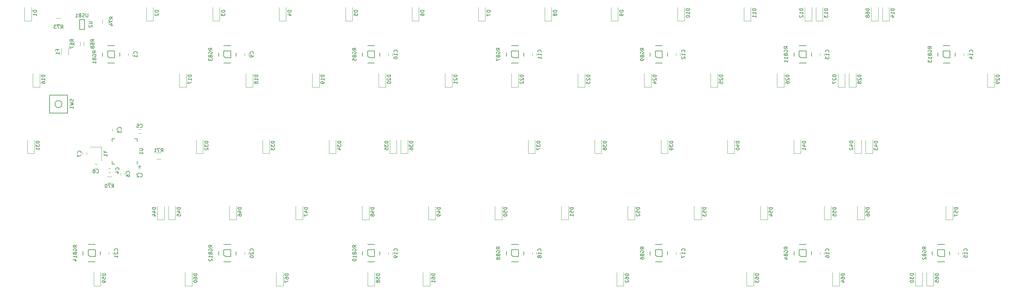
<source format=gbo>
G04 #@! TF.GenerationSoftware,KiCad,Pcbnew,(5.1.10)-1*
G04 #@! TF.CreationDate,2021-06-19T15:41:07+07:00*
G04 #@! TF.ProjectId,Voyager60,566f7961-6765-4723-9630-2e6b69636164,rev?*
G04 #@! TF.SameCoordinates,Original*
G04 #@! TF.FileFunction,Legend,Bot*
G04 #@! TF.FilePolarity,Positive*
%FSLAX46Y46*%
G04 Gerber Fmt 4.6, Leading zero omitted, Abs format (unit mm)*
G04 Created by KiCad (PCBNEW (5.1.10)-1) date 2021-06-19 15:41:07*
%MOMM*%
%LPD*%
G01*
G04 APERTURE LIST*
%ADD10C,0.200000*%
%ADD11C,0.120000*%
%ADD12C,0.150000*%
G04 APERTURE END LIST*
D10*
X57658000Y-73533000D02*
G75*
G03*
X57658000Y-73533000I-254000J0D01*
G01*
D11*
X51978000Y-75342000D02*
X51978000Y-76042000D01*
X53178000Y-76042000D02*
X53178000Y-75342000D01*
X26400000Y-31618750D02*
X24400000Y-31618750D01*
X24400000Y-31618750D02*
X24400000Y-27718750D01*
X26400000Y-31618750D02*
X26400000Y-27718750D01*
X61325000Y-31618750D02*
X59325000Y-31618750D01*
X59325000Y-31618750D02*
X59325000Y-27718750D01*
X61325000Y-31618750D02*
X61325000Y-27718750D01*
X80375000Y-31618750D02*
X80375000Y-27718750D01*
X78375000Y-31618750D02*
X78375000Y-27718750D01*
X80375000Y-31618750D02*
X78375000Y-31618750D01*
X99425000Y-31618750D02*
X97425000Y-31618750D01*
X97425000Y-31618750D02*
X97425000Y-27718750D01*
X99425000Y-31618750D02*
X99425000Y-27718750D01*
X118475000Y-31618750D02*
X118475000Y-27718750D01*
X116475000Y-31618750D02*
X116475000Y-27718750D01*
X118475000Y-31618750D02*
X116475000Y-31618750D01*
X137525000Y-31618750D02*
X135525000Y-31618750D01*
X135525000Y-31618750D02*
X135525000Y-27718750D01*
X137525000Y-31618750D02*
X137525000Y-27718750D01*
X156575000Y-31618750D02*
X156575000Y-27718750D01*
X154575000Y-31618750D02*
X154575000Y-27718750D01*
X156575000Y-31618750D02*
X154575000Y-31618750D01*
X175625000Y-31618750D02*
X173625000Y-31618750D01*
X173625000Y-31618750D02*
X173625000Y-27718750D01*
X175625000Y-31618750D02*
X175625000Y-27718750D01*
X194675000Y-31618750D02*
X192675000Y-31618750D01*
X192675000Y-31618750D02*
X192675000Y-27718750D01*
X194675000Y-31618750D02*
X194675000Y-27718750D01*
X213725000Y-31618750D02*
X211725000Y-31618750D01*
X211725000Y-31618750D02*
X211725000Y-27718750D01*
X213725000Y-31618750D02*
X213725000Y-27718750D01*
X232775000Y-31618750D02*
X232775000Y-27718750D01*
X230775000Y-31618750D02*
X230775000Y-27718750D01*
X232775000Y-31618750D02*
X230775000Y-31618750D01*
X250237500Y-31618750D02*
X248237500Y-31618750D01*
X248237500Y-31618750D02*
X248237500Y-27718750D01*
X250237500Y-31618750D02*
X250237500Y-27718750D01*
X253412500Y-31618750D02*
X251412500Y-31618750D01*
X251412500Y-31618750D02*
X251412500Y-27718750D01*
X253412500Y-31618750D02*
X253412500Y-27718750D01*
X272462500Y-31618750D02*
X272462500Y-27718750D01*
X270462500Y-31618750D02*
X270462500Y-27718750D01*
X272462500Y-31618750D02*
X270462500Y-31618750D01*
X28781250Y-50668750D02*
X26781250Y-50668750D01*
X26781250Y-50668750D02*
X26781250Y-46768750D01*
X28781250Y-50668750D02*
X28781250Y-46768750D01*
X70850000Y-50668750D02*
X68850000Y-50668750D01*
X68850000Y-50668750D02*
X68850000Y-46768750D01*
X70850000Y-50668750D02*
X70850000Y-46768750D01*
X89900000Y-50668750D02*
X87900000Y-50668750D01*
X87900000Y-50668750D02*
X87900000Y-46768750D01*
X89900000Y-50668750D02*
X89900000Y-46768750D01*
X108950000Y-50668750D02*
X108950000Y-46768750D01*
X106950000Y-50668750D02*
X106950000Y-46768750D01*
X108950000Y-50668750D02*
X106950000Y-50668750D01*
X128000000Y-50668750D02*
X128000000Y-46768750D01*
X126000000Y-50668750D02*
X126000000Y-46768750D01*
X128000000Y-50668750D02*
X126000000Y-50668750D01*
X147050000Y-50668750D02*
X145050000Y-50668750D01*
X145050000Y-50668750D02*
X145050000Y-46768750D01*
X147050000Y-50668750D02*
X147050000Y-46768750D01*
X166100000Y-50668750D02*
X166100000Y-46768750D01*
X164100000Y-50668750D02*
X164100000Y-46768750D01*
X166100000Y-50668750D02*
X164100000Y-50668750D01*
X185150000Y-50668750D02*
X185150000Y-46768750D01*
X183150000Y-50668750D02*
X183150000Y-46768750D01*
X185150000Y-50668750D02*
X183150000Y-50668750D01*
X204200000Y-50668750D02*
X202200000Y-50668750D01*
X202200000Y-50668750D02*
X202200000Y-46768750D01*
X204200000Y-50668750D02*
X204200000Y-46768750D01*
X223250000Y-50668750D02*
X223250000Y-46768750D01*
X221250000Y-50668750D02*
X221250000Y-46768750D01*
X223250000Y-50668750D02*
X221250000Y-50668750D01*
X242300000Y-50668750D02*
X240300000Y-50668750D01*
X240300000Y-50668750D02*
X240300000Y-46768750D01*
X242300000Y-50668750D02*
X242300000Y-46768750D01*
X259762500Y-50668750D02*
X259762500Y-46768750D01*
X257762500Y-50668750D02*
X257762500Y-46768750D01*
X259762500Y-50668750D02*
X257762500Y-50668750D01*
X262937500Y-50668750D02*
X262937500Y-46768750D01*
X260937500Y-50668750D02*
X260937500Y-46768750D01*
X262937500Y-50668750D02*
X260937500Y-50668750D01*
X302625000Y-50668750D02*
X302625000Y-46768750D01*
X300625000Y-50668750D02*
X300625000Y-46768750D01*
X302625000Y-50668750D02*
X300625000Y-50668750D01*
X281987500Y-107818750D02*
X279987500Y-107818750D01*
X279987500Y-107818750D02*
X279987500Y-103918750D01*
X281987500Y-107818750D02*
X281987500Y-103918750D01*
X27193750Y-69718750D02*
X25193750Y-69718750D01*
X25193750Y-69718750D02*
X25193750Y-65818750D01*
X27193750Y-69718750D02*
X27193750Y-65818750D01*
X75612500Y-69718750D02*
X75612500Y-65818750D01*
X73612500Y-69718750D02*
X73612500Y-65818750D01*
X75612500Y-69718750D02*
X73612500Y-69718750D01*
X94662500Y-69718750D02*
X94662500Y-65818750D01*
X92662500Y-69718750D02*
X92662500Y-65818750D01*
X94662500Y-69718750D02*
X92662500Y-69718750D01*
X113712500Y-69718750D02*
X111712500Y-69718750D01*
X111712500Y-69718750D02*
X111712500Y-65818750D01*
X113712500Y-69718750D02*
X113712500Y-65818750D01*
X131175000Y-69718750D02*
X129175000Y-69718750D01*
X129175000Y-69718750D02*
X129175000Y-65818750D01*
X131175000Y-69718750D02*
X131175000Y-65818750D01*
X134350000Y-69718750D02*
X132350000Y-69718750D01*
X132350000Y-69718750D02*
X132350000Y-65818750D01*
X134350000Y-69718750D02*
X134350000Y-65818750D01*
X170862500Y-69718750D02*
X170862500Y-65818750D01*
X168862500Y-69718750D02*
X168862500Y-65818750D01*
X170862500Y-69718750D02*
X168862500Y-69718750D01*
X189912500Y-69718750D02*
X189912500Y-65818750D01*
X187912500Y-69718750D02*
X187912500Y-65818750D01*
X189912500Y-69718750D02*
X187912500Y-69718750D01*
X208962500Y-69718750D02*
X208962500Y-65818750D01*
X206962500Y-69718750D02*
X206962500Y-65818750D01*
X208962500Y-69718750D02*
X206962500Y-69718750D01*
X228012500Y-69718750D02*
X226012500Y-69718750D01*
X226012500Y-69718750D02*
X226012500Y-65818750D01*
X228012500Y-69718750D02*
X228012500Y-65818750D01*
X247062500Y-69718750D02*
X247062500Y-65818750D01*
X245062500Y-69718750D02*
X245062500Y-65818750D01*
X247062500Y-69718750D02*
X245062500Y-69718750D01*
X264525000Y-69718750D02*
X264525000Y-65818750D01*
X262525000Y-69718750D02*
X262525000Y-65818750D01*
X264525000Y-69718750D02*
X262525000Y-69718750D01*
X267700000Y-69718750D02*
X267700000Y-65818750D01*
X265700000Y-69718750D02*
X265700000Y-65818750D01*
X267700000Y-69718750D02*
X265700000Y-69718750D01*
X67675000Y-88768750D02*
X65675000Y-88768750D01*
X65675000Y-88768750D02*
X65675000Y-84868750D01*
X67675000Y-88768750D02*
X67675000Y-84868750D01*
X85137500Y-88768750D02*
X83137500Y-88768750D01*
X83137500Y-88768750D02*
X83137500Y-84868750D01*
X85137500Y-88768750D02*
X85137500Y-84868750D01*
X104187500Y-88768750D02*
X104187500Y-84868750D01*
X102187500Y-88768750D02*
X102187500Y-84868750D01*
X104187500Y-88768750D02*
X102187500Y-88768750D01*
X123237500Y-88768750D02*
X121237500Y-88768750D01*
X121237500Y-88768750D02*
X121237500Y-84868750D01*
X123237500Y-88768750D02*
X123237500Y-84868750D01*
X142287500Y-88768750D02*
X142287500Y-84868750D01*
X140287500Y-88768750D02*
X140287500Y-84868750D01*
X142287500Y-88768750D02*
X140287500Y-88768750D01*
X161337500Y-88768750D02*
X161337500Y-84868750D01*
X159337500Y-88768750D02*
X159337500Y-84868750D01*
X161337500Y-88768750D02*
X159337500Y-88768750D01*
X180387500Y-88768750D02*
X180387500Y-84868750D01*
X178387500Y-88768750D02*
X178387500Y-84868750D01*
X180387500Y-88768750D02*
X178387500Y-88768750D01*
X199437500Y-88768750D02*
X199437500Y-84868750D01*
X197437500Y-88768750D02*
X197437500Y-84868750D01*
X199437500Y-88768750D02*
X197437500Y-88768750D01*
X218487500Y-88768750D02*
X216487500Y-88768750D01*
X216487500Y-88768750D02*
X216487500Y-84868750D01*
X218487500Y-88768750D02*
X218487500Y-84868750D01*
X237537500Y-88768750D02*
X235537500Y-88768750D01*
X235537500Y-88768750D02*
X235537500Y-84868750D01*
X237537500Y-88768750D02*
X237537500Y-84868750D01*
X255793750Y-88768750D02*
X253793750Y-88768750D01*
X253793750Y-88768750D02*
X253793750Y-84868750D01*
X255793750Y-88768750D02*
X255793750Y-84868750D01*
X265318750Y-88768750D02*
X265318750Y-84868750D01*
X263318750Y-88768750D02*
X263318750Y-84868750D01*
X265318750Y-88768750D02*
X263318750Y-88768750D01*
X290718750Y-88768750D02*
X290718750Y-84868750D01*
X288718750Y-88768750D02*
X288718750Y-84868750D01*
X290718750Y-88768750D02*
X288718750Y-88768750D01*
X46243750Y-107818750D02*
X46243750Y-103918750D01*
X44243750Y-107818750D02*
X44243750Y-103918750D01*
X46243750Y-107818750D02*
X44243750Y-107818750D01*
X72437500Y-107818750D02*
X70437500Y-107818750D01*
X70437500Y-107818750D02*
X70437500Y-103918750D01*
X72437500Y-107818750D02*
X72437500Y-103918750D01*
X140700000Y-107818750D02*
X138700000Y-107818750D01*
X138700000Y-107818750D02*
X138700000Y-103918750D01*
X140700000Y-107818750D02*
X140700000Y-103918750D01*
X233568750Y-107818750D02*
X231568750Y-107818750D01*
X231568750Y-107818750D02*
X231568750Y-103918750D01*
X233568750Y-107818750D02*
X233568750Y-103918750D01*
X258175000Y-107818750D02*
X256175000Y-107818750D01*
X256175000Y-107818750D02*
X256175000Y-103918750D01*
X258175000Y-107818750D02*
X258175000Y-103918750D01*
X285162500Y-107818750D02*
X285162500Y-103918750D01*
X283162500Y-107818750D02*
X283162500Y-103918750D01*
X285162500Y-107818750D02*
X283162500Y-107818750D01*
X98631250Y-107818750D02*
X96631250Y-107818750D01*
X96631250Y-107818750D02*
X96631250Y-103918750D01*
X98631250Y-107818750D02*
X98631250Y-103918750D01*
X269287500Y-31618750D02*
X267287500Y-31618750D01*
X267287500Y-31618750D02*
X267287500Y-27718750D01*
X269287500Y-31618750D02*
X269287500Y-27718750D01*
X37011000Y-41481250D02*
X37011000Y-39481250D01*
X34871000Y-39481250D02*
X34871000Y-41481250D01*
X38617000Y-37627000D02*
X38617000Y-38827000D01*
X40377000Y-38827000D02*
X40377000Y-37627000D01*
X43171000Y-38827000D02*
X43171000Y-37627000D01*
X41411000Y-37627000D02*
X41411000Y-38827000D01*
X48168000Y-78223000D02*
X49368000Y-78223000D01*
X49368000Y-76463000D02*
X48168000Y-76463000D01*
X62265000Y-71365000D02*
X63465000Y-71365000D01*
X63465000Y-69605000D02*
X62265000Y-69605000D01*
X33531250Y-32630000D02*
X34731250Y-32630000D01*
X34731250Y-30870000D02*
X33531250Y-30870000D01*
X46745000Y-31150000D02*
X46745000Y-32350000D01*
X48505000Y-32350000D02*
X48505000Y-31150000D01*
D12*
X41544000Y-34089000D02*
X40244000Y-34089000D01*
X41544000Y-31189000D02*
X41544000Y-34089000D01*
X40244000Y-31189000D02*
X41544000Y-31189000D01*
X40244000Y-31189000D02*
X40244000Y-34089000D01*
D11*
X46481000Y-67850000D02*
X46481000Y-71850000D01*
X43181000Y-67850000D02*
X46481000Y-67850000D01*
X64500000Y-88768750D02*
X64500000Y-84868750D01*
X62500000Y-88768750D02*
X62500000Y-84868750D01*
X64500000Y-88768750D02*
X62500000Y-88768750D01*
X124825000Y-107818750D02*
X122825000Y-107818750D01*
X122825000Y-107818750D02*
X122825000Y-103918750D01*
X124825000Y-107818750D02*
X124825000Y-103918750D01*
X196262500Y-107818750D02*
X196262500Y-103918750D01*
X194262500Y-107818750D02*
X194262500Y-103918750D01*
X196262500Y-107818750D02*
X194262500Y-107818750D01*
X57054000Y-75276000D02*
X57754000Y-75276000D01*
X57754000Y-74076000D02*
X57054000Y-74076000D01*
X50765000Y-63342000D02*
X50765000Y-62642000D01*
X49565000Y-62642000D02*
X49565000Y-63342000D01*
X49118000Y-74076000D02*
X48418000Y-74076000D01*
X48418000Y-75276000D02*
X49118000Y-75276000D01*
X57754000Y-62773000D02*
X57054000Y-62773000D01*
X57054000Y-63973000D02*
X57754000Y-63973000D01*
X41056000Y-69500000D02*
X41056000Y-70200000D01*
X42256000Y-70200000D02*
X42256000Y-69500000D01*
X45181000Y-72806000D02*
X44481000Y-72806000D01*
X44481000Y-74006000D02*
X45181000Y-74006000D01*
D12*
X56735153Y-65520191D02*
X56735153Y-66295191D01*
X49485153Y-65520191D02*
X49485153Y-66295191D01*
X49485153Y-72770191D02*
X49485153Y-71995191D01*
X56735153Y-72770191D02*
X56735153Y-71995191D01*
X49485153Y-65520191D02*
X50260153Y-65520191D01*
X49485153Y-72770191D02*
X50260153Y-72770191D01*
X56735153Y-65520191D02*
X55960153Y-65520191D01*
X35131250Y-55562500D02*
G75*
G03*
X35131250Y-55562500I-1000000J0D01*
G01*
X31531250Y-58162500D02*
X36731250Y-58162500D01*
X31531250Y-52962500D02*
X31531250Y-58162500D01*
X36731250Y-52962500D02*
X31531250Y-52962500D01*
X36731250Y-58162500D02*
X36731250Y-52962500D01*
D11*
X54168750Y-40925000D02*
X54168750Y-41625000D01*
X55368750Y-41625000D02*
X55368750Y-40925000D01*
X88706250Y-41625000D02*
X88706250Y-40925000D01*
X87506250Y-40925000D02*
X87506250Y-41625000D01*
X128781250Y-40925000D02*
X128781250Y-41625000D01*
X129981250Y-41625000D02*
X129981250Y-40925000D01*
X171256250Y-41625000D02*
X171256250Y-40925000D01*
X170056250Y-40925000D02*
X170056250Y-41625000D01*
X211331250Y-40925000D02*
X211331250Y-41625000D01*
X212531250Y-41625000D02*
X212531250Y-40925000D01*
X253806250Y-41625000D02*
X253806250Y-40925000D01*
X252606250Y-40925000D02*
X252606250Y-41625000D01*
X293881250Y-40925000D02*
X293881250Y-41625000D01*
X295081250Y-41625000D02*
X295081250Y-40925000D01*
X293493750Y-98775000D02*
X293493750Y-98075000D01*
X292293750Y-98075000D02*
X292293750Y-98775000D01*
X252606250Y-98075000D02*
X252606250Y-98775000D01*
X253806250Y-98775000D02*
X253806250Y-98075000D01*
X212531250Y-98775000D02*
X212531250Y-98075000D01*
X211331250Y-98075000D02*
X211331250Y-98775000D01*
X170056250Y-98075000D02*
X170056250Y-98775000D01*
X171256250Y-98775000D02*
X171256250Y-98075000D01*
X129981250Y-98775000D02*
X129981250Y-98075000D01*
X128781250Y-98075000D02*
X128781250Y-98775000D01*
X87506250Y-98075000D02*
X87506250Y-98775000D01*
X88706250Y-98775000D02*
X88706250Y-98075000D01*
X49812500Y-98775000D02*
X49812500Y-98075000D01*
X48612500Y-98075000D02*
X48612500Y-98775000D01*
D10*
X50212500Y-42275000D02*
X50212500Y-40275000D01*
X50212500Y-40275000D02*
X48212500Y-40275000D01*
X48212500Y-40275000D02*
X48212500Y-41775000D01*
X48212500Y-41775000D02*
X48712500Y-42275000D01*
X48712500Y-42275000D02*
X50212500Y-42275000D01*
X50212500Y-43775000D02*
X48212500Y-43775000D01*
X46712500Y-41775000D02*
X46712500Y-40775000D01*
X50212500Y-38775000D02*
X48212500Y-38775000D01*
X51712500Y-41775000D02*
X51712500Y-40775000D01*
X289837500Y-98925000D02*
X289837500Y-97925000D01*
X288337500Y-95925000D02*
X286337500Y-95925000D01*
X284837500Y-98925000D02*
X284837500Y-97925000D01*
X288337500Y-100925000D02*
X286337500Y-100925000D01*
X286837500Y-99425000D02*
X288337500Y-99425000D01*
X286337500Y-98925000D02*
X286837500Y-99425000D01*
X286337500Y-97425000D02*
X286337500Y-98925000D01*
X288337500Y-97425000D02*
X286337500Y-97425000D01*
X288337500Y-99425000D02*
X288337500Y-97425000D01*
X83550000Y-42275000D02*
X83550000Y-40275000D01*
X83550000Y-40275000D02*
X81550000Y-40275000D01*
X81550000Y-40275000D02*
X81550000Y-41775000D01*
X81550000Y-41775000D02*
X82050000Y-42275000D01*
X82050000Y-42275000D02*
X83550000Y-42275000D01*
X83550000Y-43775000D02*
X81550000Y-43775000D01*
X80050000Y-41775000D02*
X80050000Y-40775000D01*
X83550000Y-38775000D02*
X81550000Y-38775000D01*
X85050000Y-41775000D02*
X85050000Y-40775000D01*
X250150000Y-98925000D02*
X250150000Y-97925000D01*
X248650000Y-95925000D02*
X246650000Y-95925000D01*
X245150000Y-98925000D02*
X245150000Y-97925000D01*
X248650000Y-100925000D02*
X246650000Y-100925000D01*
X247150000Y-99425000D02*
X248650000Y-99425000D01*
X246650000Y-98925000D02*
X247150000Y-99425000D01*
X246650000Y-97425000D02*
X246650000Y-98925000D01*
X248650000Y-97425000D02*
X246650000Y-97425000D01*
X248650000Y-99425000D02*
X248650000Y-97425000D01*
X124825000Y-42275000D02*
X124825000Y-40275000D01*
X124825000Y-40275000D02*
X122825000Y-40275000D01*
X122825000Y-40275000D02*
X122825000Y-41775000D01*
X122825000Y-41775000D02*
X123325000Y-42275000D01*
X123325000Y-42275000D02*
X124825000Y-42275000D01*
X124825000Y-43775000D02*
X122825000Y-43775000D01*
X121325000Y-41775000D02*
X121325000Y-40775000D01*
X124825000Y-38775000D02*
X122825000Y-38775000D01*
X126325000Y-41775000D02*
X126325000Y-40775000D01*
X207375000Y-99425000D02*
X207375000Y-97425000D01*
X207375000Y-97425000D02*
X205375000Y-97425000D01*
X205375000Y-97425000D02*
X205375000Y-98925000D01*
X205375000Y-98925000D02*
X205875000Y-99425000D01*
X205875000Y-99425000D02*
X207375000Y-99425000D01*
X207375000Y-100925000D02*
X205375000Y-100925000D01*
X203875000Y-98925000D02*
X203875000Y-97925000D01*
X207375000Y-95925000D02*
X205375000Y-95925000D01*
X208875000Y-98925000D02*
X208875000Y-97925000D01*
X166100000Y-42275000D02*
X166100000Y-40275000D01*
X166100000Y-40275000D02*
X164100000Y-40275000D01*
X164100000Y-40275000D02*
X164100000Y-41775000D01*
X164100000Y-41775000D02*
X164600000Y-42275000D01*
X164600000Y-42275000D02*
X166100000Y-42275000D01*
X166100000Y-43775000D02*
X164100000Y-43775000D01*
X162600000Y-41775000D02*
X162600000Y-40775000D01*
X166100000Y-38775000D02*
X164100000Y-38775000D01*
X167600000Y-41775000D02*
X167600000Y-40775000D01*
X167600000Y-98925000D02*
X167600000Y-97925000D01*
X166100000Y-95925000D02*
X164100000Y-95925000D01*
X162600000Y-98925000D02*
X162600000Y-97925000D01*
X166100000Y-100925000D02*
X164100000Y-100925000D01*
X164600000Y-99425000D02*
X166100000Y-99425000D01*
X164100000Y-98925000D02*
X164600000Y-99425000D01*
X164100000Y-97425000D02*
X164100000Y-98925000D01*
X166100000Y-97425000D02*
X164100000Y-97425000D01*
X166100000Y-99425000D02*
X166100000Y-97425000D01*
X207375000Y-42275000D02*
X207375000Y-40275000D01*
X207375000Y-40275000D02*
X205375000Y-40275000D01*
X205375000Y-40275000D02*
X205375000Y-41775000D01*
X205375000Y-41775000D02*
X205875000Y-42275000D01*
X205875000Y-42275000D02*
X207375000Y-42275000D01*
X207375000Y-43775000D02*
X205375000Y-43775000D01*
X203875000Y-41775000D02*
X203875000Y-40775000D01*
X207375000Y-38775000D02*
X205375000Y-38775000D01*
X208875000Y-41775000D02*
X208875000Y-40775000D01*
X126325000Y-98925000D02*
X126325000Y-97925000D01*
X124825000Y-95925000D02*
X122825000Y-95925000D01*
X121325000Y-98925000D02*
X121325000Y-97925000D01*
X124825000Y-100925000D02*
X122825000Y-100925000D01*
X123325000Y-99425000D02*
X124825000Y-99425000D01*
X122825000Y-98925000D02*
X123325000Y-99425000D01*
X122825000Y-97425000D02*
X122825000Y-98925000D01*
X124825000Y-97425000D02*
X122825000Y-97425000D01*
X124825000Y-99425000D02*
X124825000Y-97425000D01*
X248650000Y-42275000D02*
X248650000Y-40275000D01*
X248650000Y-40275000D02*
X246650000Y-40275000D01*
X246650000Y-40275000D02*
X246650000Y-41775000D01*
X246650000Y-41775000D02*
X247150000Y-42275000D01*
X247150000Y-42275000D02*
X248650000Y-42275000D01*
X248650000Y-43775000D02*
X246650000Y-43775000D01*
X245150000Y-41775000D02*
X245150000Y-40775000D01*
X248650000Y-38775000D02*
X246650000Y-38775000D01*
X250150000Y-41775000D02*
X250150000Y-40775000D01*
X83550000Y-99425000D02*
X83550000Y-97425000D01*
X83550000Y-97425000D02*
X81550000Y-97425000D01*
X81550000Y-97425000D02*
X81550000Y-98925000D01*
X81550000Y-98925000D02*
X82050000Y-99425000D01*
X82050000Y-99425000D02*
X83550000Y-99425000D01*
X83550000Y-100925000D02*
X81550000Y-100925000D01*
X80050000Y-98925000D02*
X80050000Y-97925000D01*
X83550000Y-95925000D02*
X81550000Y-95925000D01*
X85050000Y-98925000D02*
X85050000Y-97925000D01*
X291425000Y-41775000D02*
X291425000Y-40775000D01*
X289925000Y-38775000D02*
X287925000Y-38775000D01*
X286425000Y-41775000D02*
X286425000Y-40775000D01*
X289925000Y-43775000D02*
X287925000Y-43775000D01*
X288425000Y-42275000D02*
X289925000Y-42275000D01*
X287925000Y-41775000D02*
X288425000Y-42275000D01*
X287925000Y-40275000D02*
X287925000Y-41775000D01*
X289925000Y-40275000D02*
X287925000Y-40275000D01*
X289925000Y-42275000D02*
X289925000Y-40275000D01*
X44656250Y-99425000D02*
X44656250Y-97425000D01*
X44656250Y-97425000D02*
X42656250Y-97425000D01*
X42656250Y-97425000D02*
X42656250Y-98925000D01*
X42656250Y-98925000D02*
X43156250Y-99425000D01*
X43156250Y-99425000D02*
X44656250Y-99425000D01*
X44656250Y-100925000D02*
X42656250Y-100925000D01*
X41156250Y-98925000D02*
X41156250Y-97925000D01*
X44656250Y-95925000D02*
X42656250Y-95925000D01*
X46156250Y-98925000D02*
X46156250Y-97925000D01*
D12*
X54459142Y-75525333D02*
X54506761Y-75477714D01*
X54554380Y-75334857D01*
X54554380Y-75239619D01*
X54506761Y-75096761D01*
X54411523Y-75001523D01*
X54316285Y-74953904D01*
X54125809Y-74906285D01*
X53982952Y-74906285D01*
X53792476Y-74953904D01*
X53697238Y-75001523D01*
X53602000Y-75096761D01*
X53554380Y-75239619D01*
X53554380Y-75334857D01*
X53602000Y-75477714D01*
X53649619Y-75525333D01*
X53554380Y-76382476D02*
X53554380Y-76192000D01*
X53602000Y-76096761D01*
X53649619Y-76049142D01*
X53792476Y-75953904D01*
X53982952Y-75906285D01*
X54363904Y-75906285D01*
X54459142Y-75953904D01*
X54506761Y-76001523D01*
X54554380Y-76096761D01*
X54554380Y-76287238D01*
X54506761Y-76382476D01*
X54459142Y-76430095D01*
X54363904Y-76477714D01*
X54125809Y-76477714D01*
X54030571Y-76430095D01*
X53982952Y-76382476D01*
X53935333Y-76287238D01*
X53935333Y-76096761D01*
X53982952Y-76001523D01*
X54030571Y-75953904D01*
X54125809Y-75906285D01*
X27852380Y-28630654D02*
X26852380Y-28630654D01*
X26852380Y-28868750D01*
X26900000Y-29011607D01*
X26995238Y-29106845D01*
X27090476Y-29154464D01*
X27280952Y-29202083D01*
X27423809Y-29202083D01*
X27614285Y-29154464D01*
X27709523Y-29106845D01*
X27804761Y-29011607D01*
X27852380Y-28868750D01*
X27852380Y-28630654D01*
X27852380Y-30154464D02*
X27852380Y-29583035D01*
X27852380Y-29868750D02*
X26852380Y-29868750D01*
X26995238Y-29773511D01*
X27090476Y-29678273D01*
X27138095Y-29583035D01*
X62777380Y-28630654D02*
X61777380Y-28630654D01*
X61777380Y-28868750D01*
X61825000Y-29011607D01*
X61920238Y-29106845D01*
X62015476Y-29154464D01*
X62205952Y-29202083D01*
X62348809Y-29202083D01*
X62539285Y-29154464D01*
X62634523Y-29106845D01*
X62729761Y-29011607D01*
X62777380Y-28868750D01*
X62777380Y-28630654D01*
X61872619Y-29583035D02*
X61825000Y-29630654D01*
X61777380Y-29725892D01*
X61777380Y-29963988D01*
X61825000Y-30059226D01*
X61872619Y-30106845D01*
X61967857Y-30154464D01*
X62063095Y-30154464D01*
X62205952Y-30106845D01*
X62777380Y-29535416D01*
X62777380Y-30154464D01*
X81827380Y-28630654D02*
X80827380Y-28630654D01*
X80827380Y-28868750D01*
X80875000Y-29011607D01*
X80970238Y-29106845D01*
X81065476Y-29154464D01*
X81255952Y-29202083D01*
X81398809Y-29202083D01*
X81589285Y-29154464D01*
X81684523Y-29106845D01*
X81779761Y-29011607D01*
X81827380Y-28868750D01*
X81827380Y-28630654D01*
X80827380Y-29535416D02*
X80827380Y-30154464D01*
X81208333Y-29821130D01*
X81208333Y-29963988D01*
X81255952Y-30059226D01*
X81303571Y-30106845D01*
X81398809Y-30154464D01*
X81636904Y-30154464D01*
X81732142Y-30106845D01*
X81779761Y-30059226D01*
X81827380Y-29963988D01*
X81827380Y-29678273D01*
X81779761Y-29583035D01*
X81732142Y-29535416D01*
X100877380Y-28630654D02*
X99877380Y-28630654D01*
X99877380Y-28868750D01*
X99925000Y-29011607D01*
X100020238Y-29106845D01*
X100115476Y-29154464D01*
X100305952Y-29202083D01*
X100448809Y-29202083D01*
X100639285Y-29154464D01*
X100734523Y-29106845D01*
X100829761Y-29011607D01*
X100877380Y-28868750D01*
X100877380Y-28630654D01*
X100210714Y-30059226D02*
X100877380Y-30059226D01*
X99829761Y-29821130D02*
X100544047Y-29583035D01*
X100544047Y-30202083D01*
X119927380Y-28630654D02*
X118927380Y-28630654D01*
X118927380Y-28868750D01*
X118975000Y-29011607D01*
X119070238Y-29106845D01*
X119165476Y-29154464D01*
X119355952Y-29202083D01*
X119498809Y-29202083D01*
X119689285Y-29154464D01*
X119784523Y-29106845D01*
X119879761Y-29011607D01*
X119927380Y-28868750D01*
X119927380Y-28630654D01*
X118927380Y-30106845D02*
X118927380Y-29630654D01*
X119403571Y-29583035D01*
X119355952Y-29630654D01*
X119308333Y-29725892D01*
X119308333Y-29963988D01*
X119355952Y-30059226D01*
X119403571Y-30106845D01*
X119498809Y-30154464D01*
X119736904Y-30154464D01*
X119832142Y-30106845D01*
X119879761Y-30059226D01*
X119927380Y-29963988D01*
X119927380Y-29725892D01*
X119879761Y-29630654D01*
X119832142Y-29583035D01*
X138977380Y-28630654D02*
X137977380Y-28630654D01*
X137977380Y-28868750D01*
X138025000Y-29011607D01*
X138120238Y-29106845D01*
X138215476Y-29154464D01*
X138405952Y-29202083D01*
X138548809Y-29202083D01*
X138739285Y-29154464D01*
X138834523Y-29106845D01*
X138929761Y-29011607D01*
X138977380Y-28868750D01*
X138977380Y-28630654D01*
X137977380Y-30059226D02*
X137977380Y-29868750D01*
X138025000Y-29773511D01*
X138072619Y-29725892D01*
X138215476Y-29630654D01*
X138405952Y-29583035D01*
X138786904Y-29583035D01*
X138882142Y-29630654D01*
X138929761Y-29678273D01*
X138977380Y-29773511D01*
X138977380Y-29963988D01*
X138929761Y-30059226D01*
X138882142Y-30106845D01*
X138786904Y-30154464D01*
X138548809Y-30154464D01*
X138453571Y-30106845D01*
X138405952Y-30059226D01*
X138358333Y-29963988D01*
X138358333Y-29773511D01*
X138405952Y-29678273D01*
X138453571Y-29630654D01*
X138548809Y-29583035D01*
X158027380Y-28630654D02*
X157027380Y-28630654D01*
X157027380Y-28868750D01*
X157075000Y-29011607D01*
X157170238Y-29106845D01*
X157265476Y-29154464D01*
X157455952Y-29202083D01*
X157598809Y-29202083D01*
X157789285Y-29154464D01*
X157884523Y-29106845D01*
X157979761Y-29011607D01*
X158027380Y-28868750D01*
X158027380Y-28630654D01*
X157027380Y-29535416D02*
X157027380Y-30202083D01*
X158027380Y-29773511D01*
X177077380Y-28630654D02*
X176077380Y-28630654D01*
X176077380Y-28868750D01*
X176125000Y-29011607D01*
X176220238Y-29106845D01*
X176315476Y-29154464D01*
X176505952Y-29202083D01*
X176648809Y-29202083D01*
X176839285Y-29154464D01*
X176934523Y-29106845D01*
X177029761Y-29011607D01*
X177077380Y-28868750D01*
X177077380Y-28630654D01*
X176505952Y-29773511D02*
X176458333Y-29678273D01*
X176410714Y-29630654D01*
X176315476Y-29583035D01*
X176267857Y-29583035D01*
X176172619Y-29630654D01*
X176125000Y-29678273D01*
X176077380Y-29773511D01*
X176077380Y-29963988D01*
X176125000Y-30059226D01*
X176172619Y-30106845D01*
X176267857Y-30154464D01*
X176315476Y-30154464D01*
X176410714Y-30106845D01*
X176458333Y-30059226D01*
X176505952Y-29963988D01*
X176505952Y-29773511D01*
X176553571Y-29678273D01*
X176601190Y-29630654D01*
X176696428Y-29583035D01*
X176886904Y-29583035D01*
X176982142Y-29630654D01*
X177029761Y-29678273D01*
X177077380Y-29773511D01*
X177077380Y-29963988D01*
X177029761Y-30059226D01*
X176982142Y-30106845D01*
X176886904Y-30154464D01*
X176696428Y-30154464D01*
X176601190Y-30106845D01*
X176553571Y-30059226D01*
X176505952Y-29963988D01*
X196127380Y-28630654D02*
X195127380Y-28630654D01*
X195127380Y-28868750D01*
X195175000Y-29011607D01*
X195270238Y-29106845D01*
X195365476Y-29154464D01*
X195555952Y-29202083D01*
X195698809Y-29202083D01*
X195889285Y-29154464D01*
X195984523Y-29106845D01*
X196079761Y-29011607D01*
X196127380Y-28868750D01*
X196127380Y-28630654D01*
X196127380Y-29678273D02*
X196127380Y-29868750D01*
X196079761Y-29963988D01*
X196032142Y-30011607D01*
X195889285Y-30106845D01*
X195698809Y-30154464D01*
X195317857Y-30154464D01*
X195222619Y-30106845D01*
X195175000Y-30059226D01*
X195127380Y-29963988D01*
X195127380Y-29773511D01*
X195175000Y-29678273D01*
X195222619Y-29630654D01*
X195317857Y-29583035D01*
X195555952Y-29583035D01*
X195651190Y-29630654D01*
X195698809Y-29678273D01*
X195746428Y-29773511D01*
X195746428Y-29963988D01*
X195698809Y-30059226D01*
X195651190Y-30106845D01*
X195555952Y-30154464D01*
X215177380Y-28154464D02*
X214177380Y-28154464D01*
X214177380Y-28392559D01*
X214225000Y-28535416D01*
X214320238Y-28630654D01*
X214415476Y-28678273D01*
X214605952Y-28725892D01*
X214748809Y-28725892D01*
X214939285Y-28678273D01*
X215034523Y-28630654D01*
X215129761Y-28535416D01*
X215177380Y-28392559D01*
X215177380Y-28154464D01*
X215177380Y-29678273D02*
X215177380Y-29106845D01*
X215177380Y-29392559D02*
X214177380Y-29392559D01*
X214320238Y-29297321D01*
X214415476Y-29202083D01*
X214463095Y-29106845D01*
X214177380Y-30297321D02*
X214177380Y-30392559D01*
X214225000Y-30487797D01*
X214272619Y-30535416D01*
X214367857Y-30583035D01*
X214558333Y-30630654D01*
X214796428Y-30630654D01*
X214986904Y-30583035D01*
X215082142Y-30535416D01*
X215129761Y-30487797D01*
X215177380Y-30392559D01*
X215177380Y-30297321D01*
X215129761Y-30202083D01*
X215082142Y-30154464D01*
X214986904Y-30106845D01*
X214796428Y-30059226D01*
X214558333Y-30059226D01*
X214367857Y-30106845D01*
X214272619Y-30154464D01*
X214225000Y-30202083D01*
X214177380Y-30297321D01*
X234227380Y-28154464D02*
X233227380Y-28154464D01*
X233227380Y-28392559D01*
X233275000Y-28535416D01*
X233370238Y-28630654D01*
X233465476Y-28678273D01*
X233655952Y-28725892D01*
X233798809Y-28725892D01*
X233989285Y-28678273D01*
X234084523Y-28630654D01*
X234179761Y-28535416D01*
X234227380Y-28392559D01*
X234227380Y-28154464D01*
X234227380Y-29678273D02*
X234227380Y-29106845D01*
X234227380Y-29392559D02*
X233227380Y-29392559D01*
X233370238Y-29297321D01*
X233465476Y-29202083D01*
X233513095Y-29106845D01*
X234227380Y-30630654D02*
X234227380Y-30059226D01*
X234227380Y-30344940D02*
X233227380Y-30344940D01*
X233370238Y-30249702D01*
X233465476Y-30154464D01*
X233513095Y-30059226D01*
X247721380Y-28154464D02*
X246721380Y-28154464D01*
X246721380Y-28392559D01*
X246769000Y-28535416D01*
X246864238Y-28630654D01*
X246959476Y-28678273D01*
X247149952Y-28725892D01*
X247292809Y-28725892D01*
X247483285Y-28678273D01*
X247578523Y-28630654D01*
X247673761Y-28535416D01*
X247721380Y-28392559D01*
X247721380Y-28154464D01*
X247721380Y-29678273D02*
X247721380Y-29106845D01*
X247721380Y-29392559D02*
X246721380Y-29392559D01*
X246864238Y-29297321D01*
X246959476Y-29202083D01*
X247007095Y-29106845D01*
X246816619Y-30059226D02*
X246769000Y-30106845D01*
X246721380Y-30202083D01*
X246721380Y-30440178D01*
X246769000Y-30535416D01*
X246816619Y-30583035D01*
X246911857Y-30630654D01*
X247007095Y-30630654D01*
X247149952Y-30583035D01*
X247721380Y-30011607D01*
X247721380Y-30630654D01*
X254864880Y-28154464D02*
X253864880Y-28154464D01*
X253864880Y-28392559D01*
X253912500Y-28535416D01*
X254007738Y-28630654D01*
X254102976Y-28678273D01*
X254293452Y-28725892D01*
X254436309Y-28725892D01*
X254626785Y-28678273D01*
X254722023Y-28630654D01*
X254817261Y-28535416D01*
X254864880Y-28392559D01*
X254864880Y-28154464D01*
X254864880Y-29678273D02*
X254864880Y-29106845D01*
X254864880Y-29392559D02*
X253864880Y-29392559D01*
X254007738Y-29297321D01*
X254102976Y-29202083D01*
X254150595Y-29106845D01*
X253864880Y-30011607D02*
X253864880Y-30630654D01*
X254245833Y-30297321D01*
X254245833Y-30440178D01*
X254293452Y-30535416D01*
X254341071Y-30583035D01*
X254436309Y-30630654D01*
X254674404Y-30630654D01*
X254769642Y-30583035D01*
X254817261Y-30535416D01*
X254864880Y-30440178D01*
X254864880Y-30154464D01*
X254817261Y-30059226D01*
X254769642Y-30011607D01*
X273914880Y-28154464D02*
X272914880Y-28154464D01*
X272914880Y-28392559D01*
X272962500Y-28535416D01*
X273057738Y-28630654D01*
X273152976Y-28678273D01*
X273343452Y-28725892D01*
X273486309Y-28725892D01*
X273676785Y-28678273D01*
X273772023Y-28630654D01*
X273867261Y-28535416D01*
X273914880Y-28392559D01*
X273914880Y-28154464D01*
X273914880Y-29678273D02*
X273914880Y-29106845D01*
X273914880Y-29392559D02*
X272914880Y-29392559D01*
X273057738Y-29297321D01*
X273152976Y-29202083D01*
X273200595Y-29106845D01*
X273248214Y-30535416D02*
X273914880Y-30535416D01*
X272867261Y-30297321D02*
X273581547Y-30059226D01*
X273581547Y-30678273D01*
X30233630Y-47204464D02*
X29233630Y-47204464D01*
X29233630Y-47442559D01*
X29281250Y-47585416D01*
X29376488Y-47680654D01*
X29471726Y-47728273D01*
X29662202Y-47775892D01*
X29805059Y-47775892D01*
X29995535Y-47728273D01*
X30090773Y-47680654D01*
X30186011Y-47585416D01*
X30233630Y-47442559D01*
X30233630Y-47204464D01*
X30233630Y-48728273D02*
X30233630Y-48156845D01*
X30233630Y-48442559D02*
X29233630Y-48442559D01*
X29376488Y-48347321D01*
X29471726Y-48252083D01*
X29519345Y-48156845D01*
X29233630Y-49585416D02*
X29233630Y-49394940D01*
X29281250Y-49299702D01*
X29328869Y-49252083D01*
X29471726Y-49156845D01*
X29662202Y-49109226D01*
X30043154Y-49109226D01*
X30138392Y-49156845D01*
X30186011Y-49204464D01*
X30233630Y-49299702D01*
X30233630Y-49490178D01*
X30186011Y-49585416D01*
X30138392Y-49633035D01*
X30043154Y-49680654D01*
X29805059Y-49680654D01*
X29709821Y-49633035D01*
X29662202Y-49585416D01*
X29614583Y-49490178D01*
X29614583Y-49299702D01*
X29662202Y-49204464D01*
X29709821Y-49156845D01*
X29805059Y-49109226D01*
X72302380Y-47204464D02*
X71302380Y-47204464D01*
X71302380Y-47442559D01*
X71350000Y-47585416D01*
X71445238Y-47680654D01*
X71540476Y-47728273D01*
X71730952Y-47775892D01*
X71873809Y-47775892D01*
X72064285Y-47728273D01*
X72159523Y-47680654D01*
X72254761Y-47585416D01*
X72302380Y-47442559D01*
X72302380Y-47204464D01*
X72302380Y-48728273D02*
X72302380Y-48156845D01*
X72302380Y-48442559D02*
X71302380Y-48442559D01*
X71445238Y-48347321D01*
X71540476Y-48252083D01*
X71588095Y-48156845D01*
X71302380Y-49061607D02*
X71302380Y-49728273D01*
X72302380Y-49299702D01*
X91352380Y-47204464D02*
X90352380Y-47204464D01*
X90352380Y-47442559D01*
X90400000Y-47585416D01*
X90495238Y-47680654D01*
X90590476Y-47728273D01*
X90780952Y-47775892D01*
X90923809Y-47775892D01*
X91114285Y-47728273D01*
X91209523Y-47680654D01*
X91304761Y-47585416D01*
X91352380Y-47442559D01*
X91352380Y-47204464D01*
X91352380Y-48728273D02*
X91352380Y-48156845D01*
X91352380Y-48442559D02*
X90352380Y-48442559D01*
X90495238Y-48347321D01*
X90590476Y-48252083D01*
X90638095Y-48156845D01*
X90780952Y-49299702D02*
X90733333Y-49204464D01*
X90685714Y-49156845D01*
X90590476Y-49109226D01*
X90542857Y-49109226D01*
X90447619Y-49156845D01*
X90400000Y-49204464D01*
X90352380Y-49299702D01*
X90352380Y-49490178D01*
X90400000Y-49585416D01*
X90447619Y-49633035D01*
X90542857Y-49680654D01*
X90590476Y-49680654D01*
X90685714Y-49633035D01*
X90733333Y-49585416D01*
X90780952Y-49490178D01*
X90780952Y-49299702D01*
X90828571Y-49204464D01*
X90876190Y-49156845D01*
X90971428Y-49109226D01*
X91161904Y-49109226D01*
X91257142Y-49156845D01*
X91304761Y-49204464D01*
X91352380Y-49299702D01*
X91352380Y-49490178D01*
X91304761Y-49585416D01*
X91257142Y-49633035D01*
X91161904Y-49680654D01*
X90971428Y-49680654D01*
X90876190Y-49633035D01*
X90828571Y-49585416D01*
X90780952Y-49490178D01*
X110402380Y-47204464D02*
X109402380Y-47204464D01*
X109402380Y-47442559D01*
X109450000Y-47585416D01*
X109545238Y-47680654D01*
X109640476Y-47728273D01*
X109830952Y-47775892D01*
X109973809Y-47775892D01*
X110164285Y-47728273D01*
X110259523Y-47680654D01*
X110354761Y-47585416D01*
X110402380Y-47442559D01*
X110402380Y-47204464D01*
X110402380Y-48728273D02*
X110402380Y-48156845D01*
X110402380Y-48442559D02*
X109402380Y-48442559D01*
X109545238Y-48347321D01*
X109640476Y-48252083D01*
X109688095Y-48156845D01*
X110402380Y-49204464D02*
X110402380Y-49394940D01*
X110354761Y-49490178D01*
X110307142Y-49537797D01*
X110164285Y-49633035D01*
X109973809Y-49680654D01*
X109592857Y-49680654D01*
X109497619Y-49633035D01*
X109450000Y-49585416D01*
X109402380Y-49490178D01*
X109402380Y-49299702D01*
X109450000Y-49204464D01*
X109497619Y-49156845D01*
X109592857Y-49109226D01*
X109830952Y-49109226D01*
X109926190Y-49156845D01*
X109973809Y-49204464D01*
X110021428Y-49299702D01*
X110021428Y-49490178D01*
X109973809Y-49585416D01*
X109926190Y-49633035D01*
X109830952Y-49680654D01*
X129452380Y-47204464D02*
X128452380Y-47204464D01*
X128452380Y-47442559D01*
X128500000Y-47585416D01*
X128595238Y-47680654D01*
X128690476Y-47728273D01*
X128880952Y-47775892D01*
X129023809Y-47775892D01*
X129214285Y-47728273D01*
X129309523Y-47680654D01*
X129404761Y-47585416D01*
X129452380Y-47442559D01*
X129452380Y-47204464D01*
X128547619Y-48156845D02*
X128500000Y-48204464D01*
X128452380Y-48299702D01*
X128452380Y-48537797D01*
X128500000Y-48633035D01*
X128547619Y-48680654D01*
X128642857Y-48728273D01*
X128738095Y-48728273D01*
X128880952Y-48680654D01*
X129452380Y-48109226D01*
X129452380Y-48728273D01*
X128452380Y-49347321D02*
X128452380Y-49442559D01*
X128500000Y-49537797D01*
X128547619Y-49585416D01*
X128642857Y-49633035D01*
X128833333Y-49680654D01*
X129071428Y-49680654D01*
X129261904Y-49633035D01*
X129357142Y-49585416D01*
X129404761Y-49537797D01*
X129452380Y-49442559D01*
X129452380Y-49347321D01*
X129404761Y-49252083D01*
X129357142Y-49204464D01*
X129261904Y-49156845D01*
X129071428Y-49109226D01*
X128833333Y-49109226D01*
X128642857Y-49156845D01*
X128547619Y-49204464D01*
X128500000Y-49252083D01*
X128452380Y-49347321D01*
X148502380Y-47204464D02*
X147502380Y-47204464D01*
X147502380Y-47442559D01*
X147550000Y-47585416D01*
X147645238Y-47680654D01*
X147740476Y-47728273D01*
X147930952Y-47775892D01*
X148073809Y-47775892D01*
X148264285Y-47728273D01*
X148359523Y-47680654D01*
X148454761Y-47585416D01*
X148502380Y-47442559D01*
X148502380Y-47204464D01*
X147597619Y-48156845D02*
X147550000Y-48204464D01*
X147502380Y-48299702D01*
X147502380Y-48537797D01*
X147550000Y-48633035D01*
X147597619Y-48680654D01*
X147692857Y-48728273D01*
X147788095Y-48728273D01*
X147930952Y-48680654D01*
X148502380Y-48109226D01*
X148502380Y-48728273D01*
X148502380Y-49680654D02*
X148502380Y-49109226D01*
X148502380Y-49394940D02*
X147502380Y-49394940D01*
X147645238Y-49299702D01*
X147740476Y-49204464D01*
X147788095Y-49109226D01*
X167552380Y-47204464D02*
X166552380Y-47204464D01*
X166552380Y-47442559D01*
X166600000Y-47585416D01*
X166695238Y-47680654D01*
X166790476Y-47728273D01*
X166980952Y-47775892D01*
X167123809Y-47775892D01*
X167314285Y-47728273D01*
X167409523Y-47680654D01*
X167504761Y-47585416D01*
X167552380Y-47442559D01*
X167552380Y-47204464D01*
X166647619Y-48156845D02*
X166600000Y-48204464D01*
X166552380Y-48299702D01*
X166552380Y-48537797D01*
X166600000Y-48633035D01*
X166647619Y-48680654D01*
X166742857Y-48728273D01*
X166838095Y-48728273D01*
X166980952Y-48680654D01*
X167552380Y-48109226D01*
X167552380Y-48728273D01*
X166647619Y-49109226D02*
X166600000Y-49156845D01*
X166552380Y-49252083D01*
X166552380Y-49490178D01*
X166600000Y-49585416D01*
X166647619Y-49633035D01*
X166742857Y-49680654D01*
X166838095Y-49680654D01*
X166980952Y-49633035D01*
X167552380Y-49061607D01*
X167552380Y-49680654D01*
X186602380Y-47204464D02*
X185602380Y-47204464D01*
X185602380Y-47442559D01*
X185650000Y-47585416D01*
X185745238Y-47680654D01*
X185840476Y-47728273D01*
X186030952Y-47775892D01*
X186173809Y-47775892D01*
X186364285Y-47728273D01*
X186459523Y-47680654D01*
X186554761Y-47585416D01*
X186602380Y-47442559D01*
X186602380Y-47204464D01*
X185697619Y-48156845D02*
X185650000Y-48204464D01*
X185602380Y-48299702D01*
X185602380Y-48537797D01*
X185650000Y-48633035D01*
X185697619Y-48680654D01*
X185792857Y-48728273D01*
X185888095Y-48728273D01*
X186030952Y-48680654D01*
X186602380Y-48109226D01*
X186602380Y-48728273D01*
X185602380Y-49061607D02*
X185602380Y-49680654D01*
X185983333Y-49347321D01*
X185983333Y-49490178D01*
X186030952Y-49585416D01*
X186078571Y-49633035D01*
X186173809Y-49680654D01*
X186411904Y-49680654D01*
X186507142Y-49633035D01*
X186554761Y-49585416D01*
X186602380Y-49490178D01*
X186602380Y-49204464D01*
X186554761Y-49109226D01*
X186507142Y-49061607D01*
X205652380Y-47204464D02*
X204652380Y-47204464D01*
X204652380Y-47442559D01*
X204700000Y-47585416D01*
X204795238Y-47680654D01*
X204890476Y-47728273D01*
X205080952Y-47775892D01*
X205223809Y-47775892D01*
X205414285Y-47728273D01*
X205509523Y-47680654D01*
X205604761Y-47585416D01*
X205652380Y-47442559D01*
X205652380Y-47204464D01*
X204747619Y-48156845D02*
X204700000Y-48204464D01*
X204652380Y-48299702D01*
X204652380Y-48537797D01*
X204700000Y-48633035D01*
X204747619Y-48680654D01*
X204842857Y-48728273D01*
X204938095Y-48728273D01*
X205080952Y-48680654D01*
X205652380Y-48109226D01*
X205652380Y-48728273D01*
X204985714Y-49585416D02*
X205652380Y-49585416D01*
X204604761Y-49347321D02*
X205319047Y-49109226D01*
X205319047Y-49728273D01*
X224702380Y-47204464D02*
X223702380Y-47204464D01*
X223702380Y-47442559D01*
X223750000Y-47585416D01*
X223845238Y-47680654D01*
X223940476Y-47728273D01*
X224130952Y-47775892D01*
X224273809Y-47775892D01*
X224464285Y-47728273D01*
X224559523Y-47680654D01*
X224654761Y-47585416D01*
X224702380Y-47442559D01*
X224702380Y-47204464D01*
X223797619Y-48156845D02*
X223750000Y-48204464D01*
X223702380Y-48299702D01*
X223702380Y-48537797D01*
X223750000Y-48633035D01*
X223797619Y-48680654D01*
X223892857Y-48728273D01*
X223988095Y-48728273D01*
X224130952Y-48680654D01*
X224702380Y-48109226D01*
X224702380Y-48728273D01*
X223702380Y-49633035D02*
X223702380Y-49156845D01*
X224178571Y-49109226D01*
X224130952Y-49156845D01*
X224083333Y-49252083D01*
X224083333Y-49490178D01*
X224130952Y-49585416D01*
X224178571Y-49633035D01*
X224273809Y-49680654D01*
X224511904Y-49680654D01*
X224607142Y-49633035D01*
X224654761Y-49585416D01*
X224702380Y-49490178D01*
X224702380Y-49252083D01*
X224654761Y-49156845D01*
X224607142Y-49109226D01*
X243752380Y-47204464D02*
X242752380Y-47204464D01*
X242752380Y-47442559D01*
X242800000Y-47585416D01*
X242895238Y-47680654D01*
X242990476Y-47728273D01*
X243180952Y-47775892D01*
X243323809Y-47775892D01*
X243514285Y-47728273D01*
X243609523Y-47680654D01*
X243704761Y-47585416D01*
X243752380Y-47442559D01*
X243752380Y-47204464D01*
X242847619Y-48156845D02*
X242800000Y-48204464D01*
X242752380Y-48299702D01*
X242752380Y-48537797D01*
X242800000Y-48633035D01*
X242847619Y-48680654D01*
X242942857Y-48728273D01*
X243038095Y-48728273D01*
X243180952Y-48680654D01*
X243752380Y-48109226D01*
X243752380Y-48728273D01*
X242752380Y-49585416D02*
X242752380Y-49394940D01*
X242800000Y-49299702D01*
X242847619Y-49252083D01*
X242990476Y-49156845D01*
X243180952Y-49109226D01*
X243561904Y-49109226D01*
X243657142Y-49156845D01*
X243704761Y-49204464D01*
X243752380Y-49299702D01*
X243752380Y-49490178D01*
X243704761Y-49585416D01*
X243657142Y-49633035D01*
X243561904Y-49680654D01*
X243323809Y-49680654D01*
X243228571Y-49633035D01*
X243180952Y-49585416D01*
X243133333Y-49490178D01*
X243133333Y-49299702D01*
X243180952Y-49204464D01*
X243228571Y-49156845D01*
X243323809Y-49109226D01*
X257246380Y-47172714D02*
X256246380Y-47172714D01*
X256246380Y-47410809D01*
X256294000Y-47553666D01*
X256389238Y-47648904D01*
X256484476Y-47696523D01*
X256674952Y-47744142D01*
X256817809Y-47744142D01*
X257008285Y-47696523D01*
X257103523Y-47648904D01*
X257198761Y-47553666D01*
X257246380Y-47410809D01*
X257246380Y-47172714D01*
X256341619Y-48125095D02*
X256294000Y-48172714D01*
X256246380Y-48267952D01*
X256246380Y-48506047D01*
X256294000Y-48601285D01*
X256341619Y-48648904D01*
X256436857Y-48696523D01*
X256532095Y-48696523D01*
X256674952Y-48648904D01*
X257246380Y-48077476D01*
X257246380Y-48696523D01*
X256246380Y-49029857D02*
X256246380Y-49696523D01*
X257246380Y-49267952D01*
X264389880Y-47204464D02*
X263389880Y-47204464D01*
X263389880Y-47442559D01*
X263437500Y-47585416D01*
X263532738Y-47680654D01*
X263627976Y-47728273D01*
X263818452Y-47775892D01*
X263961309Y-47775892D01*
X264151785Y-47728273D01*
X264247023Y-47680654D01*
X264342261Y-47585416D01*
X264389880Y-47442559D01*
X264389880Y-47204464D01*
X263485119Y-48156845D02*
X263437500Y-48204464D01*
X263389880Y-48299702D01*
X263389880Y-48537797D01*
X263437500Y-48633035D01*
X263485119Y-48680654D01*
X263580357Y-48728273D01*
X263675595Y-48728273D01*
X263818452Y-48680654D01*
X264389880Y-48109226D01*
X264389880Y-48728273D01*
X263818452Y-49299702D02*
X263770833Y-49204464D01*
X263723214Y-49156845D01*
X263627976Y-49109226D01*
X263580357Y-49109226D01*
X263485119Y-49156845D01*
X263437500Y-49204464D01*
X263389880Y-49299702D01*
X263389880Y-49490178D01*
X263437500Y-49585416D01*
X263485119Y-49633035D01*
X263580357Y-49680654D01*
X263627976Y-49680654D01*
X263723214Y-49633035D01*
X263770833Y-49585416D01*
X263818452Y-49490178D01*
X263818452Y-49299702D01*
X263866071Y-49204464D01*
X263913690Y-49156845D01*
X264008928Y-49109226D01*
X264199404Y-49109226D01*
X264294642Y-49156845D01*
X264342261Y-49204464D01*
X264389880Y-49299702D01*
X264389880Y-49490178D01*
X264342261Y-49585416D01*
X264294642Y-49633035D01*
X264199404Y-49680654D01*
X264008928Y-49680654D01*
X263913690Y-49633035D01*
X263866071Y-49585416D01*
X263818452Y-49490178D01*
X304077380Y-47204464D02*
X303077380Y-47204464D01*
X303077380Y-47442559D01*
X303125000Y-47585416D01*
X303220238Y-47680654D01*
X303315476Y-47728273D01*
X303505952Y-47775892D01*
X303648809Y-47775892D01*
X303839285Y-47728273D01*
X303934523Y-47680654D01*
X304029761Y-47585416D01*
X304077380Y-47442559D01*
X304077380Y-47204464D01*
X303172619Y-48156845D02*
X303125000Y-48204464D01*
X303077380Y-48299702D01*
X303077380Y-48537797D01*
X303125000Y-48633035D01*
X303172619Y-48680654D01*
X303267857Y-48728273D01*
X303363095Y-48728273D01*
X303505952Y-48680654D01*
X304077380Y-48109226D01*
X304077380Y-48728273D01*
X304077380Y-49204464D02*
X304077380Y-49394940D01*
X304029761Y-49490178D01*
X303982142Y-49537797D01*
X303839285Y-49633035D01*
X303648809Y-49680654D01*
X303267857Y-49680654D01*
X303172619Y-49633035D01*
X303125000Y-49585416D01*
X303077380Y-49490178D01*
X303077380Y-49299702D01*
X303125000Y-49204464D01*
X303172619Y-49156845D01*
X303267857Y-49109226D01*
X303505952Y-49109226D01*
X303601190Y-49156845D01*
X303648809Y-49204464D01*
X303696428Y-49299702D01*
X303696428Y-49490178D01*
X303648809Y-49585416D01*
X303601190Y-49633035D01*
X303505952Y-49680654D01*
X279471380Y-104322714D02*
X278471380Y-104322714D01*
X278471380Y-104560809D01*
X278519000Y-104703666D01*
X278614238Y-104798904D01*
X278709476Y-104846523D01*
X278899952Y-104894142D01*
X279042809Y-104894142D01*
X279233285Y-104846523D01*
X279328523Y-104798904D01*
X279423761Y-104703666D01*
X279471380Y-104560809D01*
X279471380Y-104322714D01*
X278471380Y-105227476D02*
X278471380Y-105846523D01*
X278852333Y-105513190D01*
X278852333Y-105656047D01*
X278899952Y-105751285D01*
X278947571Y-105798904D01*
X279042809Y-105846523D01*
X279280904Y-105846523D01*
X279376142Y-105798904D01*
X279423761Y-105751285D01*
X279471380Y-105656047D01*
X279471380Y-105370333D01*
X279423761Y-105275095D01*
X279376142Y-105227476D01*
X278471380Y-106465571D02*
X278471380Y-106560809D01*
X278519000Y-106656047D01*
X278566619Y-106703666D01*
X278661857Y-106751285D01*
X278852333Y-106798904D01*
X279090428Y-106798904D01*
X279280904Y-106751285D01*
X279376142Y-106703666D01*
X279423761Y-106656047D01*
X279471380Y-106560809D01*
X279471380Y-106465571D01*
X279423761Y-106370333D01*
X279376142Y-106322714D01*
X279280904Y-106275095D01*
X279090428Y-106227476D01*
X278852333Y-106227476D01*
X278661857Y-106275095D01*
X278566619Y-106322714D01*
X278519000Y-106370333D01*
X278471380Y-106465571D01*
X28646130Y-66254464D02*
X27646130Y-66254464D01*
X27646130Y-66492559D01*
X27693750Y-66635416D01*
X27788988Y-66730654D01*
X27884226Y-66778273D01*
X28074702Y-66825892D01*
X28217559Y-66825892D01*
X28408035Y-66778273D01*
X28503273Y-66730654D01*
X28598511Y-66635416D01*
X28646130Y-66492559D01*
X28646130Y-66254464D01*
X27646130Y-67159226D02*
X27646130Y-67778273D01*
X28027083Y-67444940D01*
X28027083Y-67587797D01*
X28074702Y-67683035D01*
X28122321Y-67730654D01*
X28217559Y-67778273D01*
X28455654Y-67778273D01*
X28550892Y-67730654D01*
X28598511Y-67683035D01*
X28646130Y-67587797D01*
X28646130Y-67302083D01*
X28598511Y-67206845D01*
X28550892Y-67159226D01*
X28646130Y-68730654D02*
X28646130Y-68159226D01*
X28646130Y-68444940D02*
X27646130Y-68444940D01*
X27788988Y-68349702D01*
X27884226Y-68254464D01*
X27931845Y-68159226D01*
X77064880Y-66254464D02*
X76064880Y-66254464D01*
X76064880Y-66492559D01*
X76112500Y-66635416D01*
X76207738Y-66730654D01*
X76302976Y-66778273D01*
X76493452Y-66825892D01*
X76636309Y-66825892D01*
X76826785Y-66778273D01*
X76922023Y-66730654D01*
X77017261Y-66635416D01*
X77064880Y-66492559D01*
X77064880Y-66254464D01*
X76064880Y-67159226D02*
X76064880Y-67778273D01*
X76445833Y-67444940D01*
X76445833Y-67587797D01*
X76493452Y-67683035D01*
X76541071Y-67730654D01*
X76636309Y-67778273D01*
X76874404Y-67778273D01*
X76969642Y-67730654D01*
X77017261Y-67683035D01*
X77064880Y-67587797D01*
X77064880Y-67302083D01*
X77017261Y-67206845D01*
X76969642Y-67159226D01*
X76160119Y-68159226D02*
X76112500Y-68206845D01*
X76064880Y-68302083D01*
X76064880Y-68540178D01*
X76112500Y-68635416D01*
X76160119Y-68683035D01*
X76255357Y-68730654D01*
X76350595Y-68730654D01*
X76493452Y-68683035D01*
X77064880Y-68111607D01*
X77064880Y-68730654D01*
X96114880Y-66254464D02*
X95114880Y-66254464D01*
X95114880Y-66492559D01*
X95162500Y-66635416D01*
X95257738Y-66730654D01*
X95352976Y-66778273D01*
X95543452Y-66825892D01*
X95686309Y-66825892D01*
X95876785Y-66778273D01*
X95972023Y-66730654D01*
X96067261Y-66635416D01*
X96114880Y-66492559D01*
X96114880Y-66254464D01*
X95114880Y-67159226D02*
X95114880Y-67778273D01*
X95495833Y-67444940D01*
X95495833Y-67587797D01*
X95543452Y-67683035D01*
X95591071Y-67730654D01*
X95686309Y-67778273D01*
X95924404Y-67778273D01*
X96019642Y-67730654D01*
X96067261Y-67683035D01*
X96114880Y-67587797D01*
X96114880Y-67302083D01*
X96067261Y-67206845D01*
X96019642Y-67159226D01*
X95114880Y-68111607D02*
X95114880Y-68730654D01*
X95495833Y-68397321D01*
X95495833Y-68540178D01*
X95543452Y-68635416D01*
X95591071Y-68683035D01*
X95686309Y-68730654D01*
X95924404Y-68730654D01*
X96019642Y-68683035D01*
X96067261Y-68635416D01*
X96114880Y-68540178D01*
X96114880Y-68254464D01*
X96067261Y-68159226D01*
X96019642Y-68111607D01*
X115164880Y-66254464D02*
X114164880Y-66254464D01*
X114164880Y-66492559D01*
X114212500Y-66635416D01*
X114307738Y-66730654D01*
X114402976Y-66778273D01*
X114593452Y-66825892D01*
X114736309Y-66825892D01*
X114926785Y-66778273D01*
X115022023Y-66730654D01*
X115117261Y-66635416D01*
X115164880Y-66492559D01*
X115164880Y-66254464D01*
X114164880Y-67159226D02*
X114164880Y-67778273D01*
X114545833Y-67444940D01*
X114545833Y-67587797D01*
X114593452Y-67683035D01*
X114641071Y-67730654D01*
X114736309Y-67778273D01*
X114974404Y-67778273D01*
X115069642Y-67730654D01*
X115117261Y-67683035D01*
X115164880Y-67587797D01*
X115164880Y-67302083D01*
X115117261Y-67206845D01*
X115069642Y-67159226D01*
X114498214Y-68635416D02*
X115164880Y-68635416D01*
X114117261Y-68397321D02*
X114831547Y-68159226D01*
X114831547Y-68778273D01*
X128722380Y-66254464D02*
X127722380Y-66254464D01*
X127722380Y-66492559D01*
X127770000Y-66635416D01*
X127865238Y-66730654D01*
X127960476Y-66778273D01*
X128150952Y-66825892D01*
X128293809Y-66825892D01*
X128484285Y-66778273D01*
X128579523Y-66730654D01*
X128674761Y-66635416D01*
X128722380Y-66492559D01*
X128722380Y-66254464D01*
X127722380Y-67159226D02*
X127722380Y-67778273D01*
X128103333Y-67444940D01*
X128103333Y-67587797D01*
X128150952Y-67683035D01*
X128198571Y-67730654D01*
X128293809Y-67778273D01*
X128531904Y-67778273D01*
X128627142Y-67730654D01*
X128674761Y-67683035D01*
X128722380Y-67587797D01*
X128722380Y-67302083D01*
X128674761Y-67206845D01*
X128627142Y-67159226D01*
X127722380Y-68683035D02*
X127722380Y-68206845D01*
X128198571Y-68159226D01*
X128150952Y-68206845D01*
X128103333Y-68302083D01*
X128103333Y-68540178D01*
X128150952Y-68635416D01*
X128198571Y-68683035D01*
X128293809Y-68730654D01*
X128531904Y-68730654D01*
X128627142Y-68683035D01*
X128674761Y-68635416D01*
X128722380Y-68540178D01*
X128722380Y-68302083D01*
X128674761Y-68206845D01*
X128627142Y-68159226D01*
X135802380Y-66254464D02*
X134802380Y-66254464D01*
X134802380Y-66492559D01*
X134850000Y-66635416D01*
X134945238Y-66730654D01*
X135040476Y-66778273D01*
X135230952Y-66825892D01*
X135373809Y-66825892D01*
X135564285Y-66778273D01*
X135659523Y-66730654D01*
X135754761Y-66635416D01*
X135802380Y-66492559D01*
X135802380Y-66254464D01*
X134802380Y-67159226D02*
X134802380Y-67778273D01*
X135183333Y-67444940D01*
X135183333Y-67587797D01*
X135230952Y-67683035D01*
X135278571Y-67730654D01*
X135373809Y-67778273D01*
X135611904Y-67778273D01*
X135707142Y-67730654D01*
X135754761Y-67683035D01*
X135802380Y-67587797D01*
X135802380Y-67302083D01*
X135754761Y-67206845D01*
X135707142Y-67159226D01*
X134802380Y-68635416D02*
X134802380Y-68444940D01*
X134850000Y-68349702D01*
X134897619Y-68302083D01*
X135040476Y-68206845D01*
X135230952Y-68159226D01*
X135611904Y-68159226D01*
X135707142Y-68206845D01*
X135754761Y-68254464D01*
X135802380Y-68349702D01*
X135802380Y-68540178D01*
X135754761Y-68635416D01*
X135707142Y-68683035D01*
X135611904Y-68730654D01*
X135373809Y-68730654D01*
X135278571Y-68683035D01*
X135230952Y-68635416D01*
X135183333Y-68540178D01*
X135183333Y-68349702D01*
X135230952Y-68254464D01*
X135278571Y-68206845D01*
X135373809Y-68159226D01*
X172314880Y-66254464D02*
X171314880Y-66254464D01*
X171314880Y-66492559D01*
X171362500Y-66635416D01*
X171457738Y-66730654D01*
X171552976Y-66778273D01*
X171743452Y-66825892D01*
X171886309Y-66825892D01*
X172076785Y-66778273D01*
X172172023Y-66730654D01*
X172267261Y-66635416D01*
X172314880Y-66492559D01*
X172314880Y-66254464D01*
X171314880Y-67159226D02*
X171314880Y-67778273D01*
X171695833Y-67444940D01*
X171695833Y-67587797D01*
X171743452Y-67683035D01*
X171791071Y-67730654D01*
X171886309Y-67778273D01*
X172124404Y-67778273D01*
X172219642Y-67730654D01*
X172267261Y-67683035D01*
X172314880Y-67587797D01*
X172314880Y-67302083D01*
X172267261Y-67206845D01*
X172219642Y-67159226D01*
X171314880Y-68111607D02*
X171314880Y-68778273D01*
X172314880Y-68349702D01*
X191364880Y-66254464D02*
X190364880Y-66254464D01*
X190364880Y-66492559D01*
X190412500Y-66635416D01*
X190507738Y-66730654D01*
X190602976Y-66778273D01*
X190793452Y-66825892D01*
X190936309Y-66825892D01*
X191126785Y-66778273D01*
X191222023Y-66730654D01*
X191317261Y-66635416D01*
X191364880Y-66492559D01*
X191364880Y-66254464D01*
X190364880Y-67159226D02*
X190364880Y-67778273D01*
X190745833Y-67444940D01*
X190745833Y-67587797D01*
X190793452Y-67683035D01*
X190841071Y-67730654D01*
X190936309Y-67778273D01*
X191174404Y-67778273D01*
X191269642Y-67730654D01*
X191317261Y-67683035D01*
X191364880Y-67587797D01*
X191364880Y-67302083D01*
X191317261Y-67206845D01*
X191269642Y-67159226D01*
X190793452Y-68349702D02*
X190745833Y-68254464D01*
X190698214Y-68206845D01*
X190602976Y-68159226D01*
X190555357Y-68159226D01*
X190460119Y-68206845D01*
X190412500Y-68254464D01*
X190364880Y-68349702D01*
X190364880Y-68540178D01*
X190412500Y-68635416D01*
X190460119Y-68683035D01*
X190555357Y-68730654D01*
X190602976Y-68730654D01*
X190698214Y-68683035D01*
X190745833Y-68635416D01*
X190793452Y-68540178D01*
X190793452Y-68349702D01*
X190841071Y-68254464D01*
X190888690Y-68206845D01*
X190983928Y-68159226D01*
X191174404Y-68159226D01*
X191269642Y-68206845D01*
X191317261Y-68254464D01*
X191364880Y-68349702D01*
X191364880Y-68540178D01*
X191317261Y-68635416D01*
X191269642Y-68683035D01*
X191174404Y-68730654D01*
X190983928Y-68730654D01*
X190888690Y-68683035D01*
X190841071Y-68635416D01*
X190793452Y-68540178D01*
X210414880Y-66254464D02*
X209414880Y-66254464D01*
X209414880Y-66492559D01*
X209462500Y-66635416D01*
X209557738Y-66730654D01*
X209652976Y-66778273D01*
X209843452Y-66825892D01*
X209986309Y-66825892D01*
X210176785Y-66778273D01*
X210272023Y-66730654D01*
X210367261Y-66635416D01*
X210414880Y-66492559D01*
X210414880Y-66254464D01*
X209414880Y-67159226D02*
X209414880Y-67778273D01*
X209795833Y-67444940D01*
X209795833Y-67587797D01*
X209843452Y-67683035D01*
X209891071Y-67730654D01*
X209986309Y-67778273D01*
X210224404Y-67778273D01*
X210319642Y-67730654D01*
X210367261Y-67683035D01*
X210414880Y-67587797D01*
X210414880Y-67302083D01*
X210367261Y-67206845D01*
X210319642Y-67159226D01*
X210414880Y-68254464D02*
X210414880Y-68444940D01*
X210367261Y-68540178D01*
X210319642Y-68587797D01*
X210176785Y-68683035D01*
X209986309Y-68730654D01*
X209605357Y-68730654D01*
X209510119Y-68683035D01*
X209462500Y-68635416D01*
X209414880Y-68540178D01*
X209414880Y-68349702D01*
X209462500Y-68254464D01*
X209510119Y-68206845D01*
X209605357Y-68159226D01*
X209843452Y-68159226D01*
X209938690Y-68206845D01*
X209986309Y-68254464D01*
X210033928Y-68349702D01*
X210033928Y-68540178D01*
X209986309Y-68635416D01*
X209938690Y-68683035D01*
X209843452Y-68730654D01*
X229464880Y-66254464D02*
X228464880Y-66254464D01*
X228464880Y-66492559D01*
X228512500Y-66635416D01*
X228607738Y-66730654D01*
X228702976Y-66778273D01*
X228893452Y-66825892D01*
X229036309Y-66825892D01*
X229226785Y-66778273D01*
X229322023Y-66730654D01*
X229417261Y-66635416D01*
X229464880Y-66492559D01*
X229464880Y-66254464D01*
X228798214Y-67683035D02*
X229464880Y-67683035D01*
X228417261Y-67444940D02*
X229131547Y-67206845D01*
X229131547Y-67825892D01*
X228464880Y-68397321D02*
X228464880Y-68492559D01*
X228512500Y-68587797D01*
X228560119Y-68635416D01*
X228655357Y-68683035D01*
X228845833Y-68730654D01*
X229083928Y-68730654D01*
X229274404Y-68683035D01*
X229369642Y-68635416D01*
X229417261Y-68587797D01*
X229464880Y-68492559D01*
X229464880Y-68397321D01*
X229417261Y-68302083D01*
X229369642Y-68254464D01*
X229274404Y-68206845D01*
X229083928Y-68159226D01*
X228845833Y-68159226D01*
X228655357Y-68206845D01*
X228560119Y-68254464D01*
X228512500Y-68302083D01*
X228464880Y-68397321D01*
X248514880Y-66254464D02*
X247514880Y-66254464D01*
X247514880Y-66492559D01*
X247562500Y-66635416D01*
X247657738Y-66730654D01*
X247752976Y-66778273D01*
X247943452Y-66825892D01*
X248086309Y-66825892D01*
X248276785Y-66778273D01*
X248372023Y-66730654D01*
X248467261Y-66635416D01*
X248514880Y-66492559D01*
X248514880Y-66254464D01*
X247848214Y-67683035D02*
X248514880Y-67683035D01*
X247467261Y-67444940D02*
X248181547Y-67206845D01*
X248181547Y-67825892D01*
X248514880Y-68730654D02*
X248514880Y-68159226D01*
X248514880Y-68444940D02*
X247514880Y-68444940D01*
X247657738Y-68349702D01*
X247752976Y-68254464D01*
X247800595Y-68159226D01*
X262072380Y-66222714D02*
X261072380Y-66222714D01*
X261072380Y-66460809D01*
X261120000Y-66603666D01*
X261215238Y-66698904D01*
X261310476Y-66746523D01*
X261500952Y-66794142D01*
X261643809Y-66794142D01*
X261834285Y-66746523D01*
X261929523Y-66698904D01*
X262024761Y-66603666D01*
X262072380Y-66460809D01*
X262072380Y-66222714D01*
X261405714Y-67651285D02*
X262072380Y-67651285D01*
X261024761Y-67413190D02*
X261739047Y-67175095D01*
X261739047Y-67794142D01*
X261167619Y-68127476D02*
X261120000Y-68175095D01*
X261072380Y-68270333D01*
X261072380Y-68508428D01*
X261120000Y-68603666D01*
X261167619Y-68651285D01*
X261262857Y-68698904D01*
X261358095Y-68698904D01*
X261500952Y-68651285D01*
X262072380Y-68079857D01*
X262072380Y-68698904D01*
X269152380Y-66254464D02*
X268152380Y-66254464D01*
X268152380Y-66492559D01*
X268200000Y-66635416D01*
X268295238Y-66730654D01*
X268390476Y-66778273D01*
X268580952Y-66825892D01*
X268723809Y-66825892D01*
X268914285Y-66778273D01*
X269009523Y-66730654D01*
X269104761Y-66635416D01*
X269152380Y-66492559D01*
X269152380Y-66254464D01*
X268485714Y-67683035D02*
X269152380Y-67683035D01*
X268104761Y-67444940D02*
X268819047Y-67206845D01*
X268819047Y-67825892D01*
X268152380Y-68111607D02*
X268152380Y-68730654D01*
X268533333Y-68397321D01*
X268533333Y-68540178D01*
X268580952Y-68635416D01*
X268628571Y-68683035D01*
X268723809Y-68730654D01*
X268961904Y-68730654D01*
X269057142Y-68683035D01*
X269104761Y-68635416D01*
X269152380Y-68540178D01*
X269152380Y-68254464D01*
X269104761Y-68159226D01*
X269057142Y-68111607D01*
X69127380Y-85304464D02*
X68127380Y-85304464D01*
X68127380Y-85542559D01*
X68175000Y-85685416D01*
X68270238Y-85780654D01*
X68365476Y-85828273D01*
X68555952Y-85875892D01*
X68698809Y-85875892D01*
X68889285Y-85828273D01*
X68984523Y-85780654D01*
X69079761Y-85685416D01*
X69127380Y-85542559D01*
X69127380Y-85304464D01*
X68460714Y-86733035D02*
X69127380Y-86733035D01*
X68079761Y-86494940D02*
X68794047Y-86256845D01*
X68794047Y-86875892D01*
X68127380Y-87733035D02*
X68127380Y-87256845D01*
X68603571Y-87209226D01*
X68555952Y-87256845D01*
X68508333Y-87352083D01*
X68508333Y-87590178D01*
X68555952Y-87685416D01*
X68603571Y-87733035D01*
X68698809Y-87780654D01*
X68936904Y-87780654D01*
X69032142Y-87733035D01*
X69079761Y-87685416D01*
X69127380Y-87590178D01*
X69127380Y-87352083D01*
X69079761Y-87256845D01*
X69032142Y-87209226D01*
X86589880Y-85304464D02*
X85589880Y-85304464D01*
X85589880Y-85542559D01*
X85637500Y-85685416D01*
X85732738Y-85780654D01*
X85827976Y-85828273D01*
X86018452Y-85875892D01*
X86161309Y-85875892D01*
X86351785Y-85828273D01*
X86447023Y-85780654D01*
X86542261Y-85685416D01*
X86589880Y-85542559D01*
X86589880Y-85304464D01*
X85923214Y-86733035D02*
X86589880Y-86733035D01*
X85542261Y-86494940D02*
X86256547Y-86256845D01*
X86256547Y-86875892D01*
X85589880Y-87685416D02*
X85589880Y-87494940D01*
X85637500Y-87399702D01*
X85685119Y-87352083D01*
X85827976Y-87256845D01*
X86018452Y-87209226D01*
X86399404Y-87209226D01*
X86494642Y-87256845D01*
X86542261Y-87304464D01*
X86589880Y-87399702D01*
X86589880Y-87590178D01*
X86542261Y-87685416D01*
X86494642Y-87733035D01*
X86399404Y-87780654D01*
X86161309Y-87780654D01*
X86066071Y-87733035D01*
X86018452Y-87685416D01*
X85970833Y-87590178D01*
X85970833Y-87399702D01*
X86018452Y-87304464D01*
X86066071Y-87256845D01*
X86161309Y-87209226D01*
X105639880Y-85304464D02*
X104639880Y-85304464D01*
X104639880Y-85542559D01*
X104687500Y-85685416D01*
X104782738Y-85780654D01*
X104877976Y-85828273D01*
X105068452Y-85875892D01*
X105211309Y-85875892D01*
X105401785Y-85828273D01*
X105497023Y-85780654D01*
X105592261Y-85685416D01*
X105639880Y-85542559D01*
X105639880Y-85304464D01*
X104973214Y-86733035D02*
X105639880Y-86733035D01*
X104592261Y-86494940D02*
X105306547Y-86256845D01*
X105306547Y-86875892D01*
X104639880Y-87161607D02*
X104639880Y-87828273D01*
X105639880Y-87399702D01*
X124689880Y-85304464D02*
X123689880Y-85304464D01*
X123689880Y-85542559D01*
X123737500Y-85685416D01*
X123832738Y-85780654D01*
X123927976Y-85828273D01*
X124118452Y-85875892D01*
X124261309Y-85875892D01*
X124451785Y-85828273D01*
X124547023Y-85780654D01*
X124642261Y-85685416D01*
X124689880Y-85542559D01*
X124689880Y-85304464D01*
X124023214Y-86733035D02*
X124689880Y-86733035D01*
X123642261Y-86494940D02*
X124356547Y-86256845D01*
X124356547Y-86875892D01*
X124118452Y-87399702D02*
X124070833Y-87304464D01*
X124023214Y-87256845D01*
X123927976Y-87209226D01*
X123880357Y-87209226D01*
X123785119Y-87256845D01*
X123737500Y-87304464D01*
X123689880Y-87399702D01*
X123689880Y-87590178D01*
X123737500Y-87685416D01*
X123785119Y-87733035D01*
X123880357Y-87780654D01*
X123927976Y-87780654D01*
X124023214Y-87733035D01*
X124070833Y-87685416D01*
X124118452Y-87590178D01*
X124118452Y-87399702D01*
X124166071Y-87304464D01*
X124213690Y-87256845D01*
X124308928Y-87209226D01*
X124499404Y-87209226D01*
X124594642Y-87256845D01*
X124642261Y-87304464D01*
X124689880Y-87399702D01*
X124689880Y-87590178D01*
X124642261Y-87685416D01*
X124594642Y-87733035D01*
X124499404Y-87780654D01*
X124308928Y-87780654D01*
X124213690Y-87733035D01*
X124166071Y-87685416D01*
X124118452Y-87590178D01*
X143739880Y-85304464D02*
X142739880Y-85304464D01*
X142739880Y-85542559D01*
X142787500Y-85685416D01*
X142882738Y-85780654D01*
X142977976Y-85828273D01*
X143168452Y-85875892D01*
X143311309Y-85875892D01*
X143501785Y-85828273D01*
X143597023Y-85780654D01*
X143692261Y-85685416D01*
X143739880Y-85542559D01*
X143739880Y-85304464D01*
X143073214Y-86733035D02*
X143739880Y-86733035D01*
X142692261Y-86494940D02*
X143406547Y-86256845D01*
X143406547Y-86875892D01*
X143739880Y-87304464D02*
X143739880Y-87494940D01*
X143692261Y-87590178D01*
X143644642Y-87637797D01*
X143501785Y-87733035D01*
X143311309Y-87780654D01*
X142930357Y-87780654D01*
X142835119Y-87733035D01*
X142787500Y-87685416D01*
X142739880Y-87590178D01*
X142739880Y-87399702D01*
X142787500Y-87304464D01*
X142835119Y-87256845D01*
X142930357Y-87209226D01*
X143168452Y-87209226D01*
X143263690Y-87256845D01*
X143311309Y-87304464D01*
X143358928Y-87399702D01*
X143358928Y-87590178D01*
X143311309Y-87685416D01*
X143263690Y-87733035D01*
X143168452Y-87780654D01*
X162789880Y-85304464D02*
X161789880Y-85304464D01*
X161789880Y-85542559D01*
X161837500Y-85685416D01*
X161932738Y-85780654D01*
X162027976Y-85828273D01*
X162218452Y-85875892D01*
X162361309Y-85875892D01*
X162551785Y-85828273D01*
X162647023Y-85780654D01*
X162742261Y-85685416D01*
X162789880Y-85542559D01*
X162789880Y-85304464D01*
X161789880Y-86780654D02*
X161789880Y-86304464D01*
X162266071Y-86256845D01*
X162218452Y-86304464D01*
X162170833Y-86399702D01*
X162170833Y-86637797D01*
X162218452Y-86733035D01*
X162266071Y-86780654D01*
X162361309Y-86828273D01*
X162599404Y-86828273D01*
X162694642Y-86780654D01*
X162742261Y-86733035D01*
X162789880Y-86637797D01*
X162789880Y-86399702D01*
X162742261Y-86304464D01*
X162694642Y-86256845D01*
X161789880Y-87447321D02*
X161789880Y-87542559D01*
X161837500Y-87637797D01*
X161885119Y-87685416D01*
X161980357Y-87733035D01*
X162170833Y-87780654D01*
X162408928Y-87780654D01*
X162599404Y-87733035D01*
X162694642Y-87685416D01*
X162742261Y-87637797D01*
X162789880Y-87542559D01*
X162789880Y-87447321D01*
X162742261Y-87352083D01*
X162694642Y-87304464D01*
X162599404Y-87256845D01*
X162408928Y-87209226D01*
X162170833Y-87209226D01*
X161980357Y-87256845D01*
X161885119Y-87304464D01*
X161837500Y-87352083D01*
X161789880Y-87447321D01*
X181839880Y-85304464D02*
X180839880Y-85304464D01*
X180839880Y-85542559D01*
X180887500Y-85685416D01*
X180982738Y-85780654D01*
X181077976Y-85828273D01*
X181268452Y-85875892D01*
X181411309Y-85875892D01*
X181601785Y-85828273D01*
X181697023Y-85780654D01*
X181792261Y-85685416D01*
X181839880Y-85542559D01*
X181839880Y-85304464D01*
X180839880Y-86780654D02*
X180839880Y-86304464D01*
X181316071Y-86256845D01*
X181268452Y-86304464D01*
X181220833Y-86399702D01*
X181220833Y-86637797D01*
X181268452Y-86733035D01*
X181316071Y-86780654D01*
X181411309Y-86828273D01*
X181649404Y-86828273D01*
X181744642Y-86780654D01*
X181792261Y-86733035D01*
X181839880Y-86637797D01*
X181839880Y-86399702D01*
X181792261Y-86304464D01*
X181744642Y-86256845D01*
X181839880Y-87780654D02*
X181839880Y-87209226D01*
X181839880Y-87494940D02*
X180839880Y-87494940D01*
X180982738Y-87399702D01*
X181077976Y-87304464D01*
X181125595Y-87209226D01*
X200889880Y-85304464D02*
X199889880Y-85304464D01*
X199889880Y-85542559D01*
X199937500Y-85685416D01*
X200032738Y-85780654D01*
X200127976Y-85828273D01*
X200318452Y-85875892D01*
X200461309Y-85875892D01*
X200651785Y-85828273D01*
X200747023Y-85780654D01*
X200842261Y-85685416D01*
X200889880Y-85542559D01*
X200889880Y-85304464D01*
X199889880Y-86780654D02*
X199889880Y-86304464D01*
X200366071Y-86256845D01*
X200318452Y-86304464D01*
X200270833Y-86399702D01*
X200270833Y-86637797D01*
X200318452Y-86733035D01*
X200366071Y-86780654D01*
X200461309Y-86828273D01*
X200699404Y-86828273D01*
X200794642Y-86780654D01*
X200842261Y-86733035D01*
X200889880Y-86637797D01*
X200889880Y-86399702D01*
X200842261Y-86304464D01*
X200794642Y-86256845D01*
X199985119Y-87209226D02*
X199937500Y-87256845D01*
X199889880Y-87352083D01*
X199889880Y-87590178D01*
X199937500Y-87685416D01*
X199985119Y-87733035D01*
X200080357Y-87780654D01*
X200175595Y-87780654D01*
X200318452Y-87733035D01*
X200889880Y-87161607D01*
X200889880Y-87780654D01*
X219939880Y-85304464D02*
X218939880Y-85304464D01*
X218939880Y-85542559D01*
X218987500Y-85685416D01*
X219082738Y-85780654D01*
X219177976Y-85828273D01*
X219368452Y-85875892D01*
X219511309Y-85875892D01*
X219701785Y-85828273D01*
X219797023Y-85780654D01*
X219892261Y-85685416D01*
X219939880Y-85542559D01*
X219939880Y-85304464D01*
X218939880Y-86780654D02*
X218939880Y-86304464D01*
X219416071Y-86256845D01*
X219368452Y-86304464D01*
X219320833Y-86399702D01*
X219320833Y-86637797D01*
X219368452Y-86733035D01*
X219416071Y-86780654D01*
X219511309Y-86828273D01*
X219749404Y-86828273D01*
X219844642Y-86780654D01*
X219892261Y-86733035D01*
X219939880Y-86637797D01*
X219939880Y-86399702D01*
X219892261Y-86304464D01*
X219844642Y-86256845D01*
X218939880Y-87161607D02*
X218939880Y-87780654D01*
X219320833Y-87447321D01*
X219320833Y-87590178D01*
X219368452Y-87685416D01*
X219416071Y-87733035D01*
X219511309Y-87780654D01*
X219749404Y-87780654D01*
X219844642Y-87733035D01*
X219892261Y-87685416D01*
X219939880Y-87590178D01*
X219939880Y-87304464D01*
X219892261Y-87209226D01*
X219844642Y-87161607D01*
X238989880Y-85304464D02*
X237989880Y-85304464D01*
X237989880Y-85542559D01*
X238037500Y-85685416D01*
X238132738Y-85780654D01*
X238227976Y-85828273D01*
X238418452Y-85875892D01*
X238561309Y-85875892D01*
X238751785Y-85828273D01*
X238847023Y-85780654D01*
X238942261Y-85685416D01*
X238989880Y-85542559D01*
X238989880Y-85304464D01*
X237989880Y-86780654D02*
X237989880Y-86304464D01*
X238466071Y-86256845D01*
X238418452Y-86304464D01*
X238370833Y-86399702D01*
X238370833Y-86637797D01*
X238418452Y-86733035D01*
X238466071Y-86780654D01*
X238561309Y-86828273D01*
X238799404Y-86828273D01*
X238894642Y-86780654D01*
X238942261Y-86733035D01*
X238989880Y-86637797D01*
X238989880Y-86399702D01*
X238942261Y-86304464D01*
X238894642Y-86256845D01*
X238323214Y-87685416D02*
X238989880Y-87685416D01*
X237942261Y-87447321D02*
X238656547Y-87209226D01*
X238656547Y-87828273D01*
X257246130Y-85304464D02*
X256246130Y-85304464D01*
X256246130Y-85542559D01*
X256293750Y-85685416D01*
X256388988Y-85780654D01*
X256484226Y-85828273D01*
X256674702Y-85875892D01*
X256817559Y-85875892D01*
X257008035Y-85828273D01*
X257103273Y-85780654D01*
X257198511Y-85685416D01*
X257246130Y-85542559D01*
X257246130Y-85304464D01*
X256246130Y-86780654D02*
X256246130Y-86304464D01*
X256722321Y-86256845D01*
X256674702Y-86304464D01*
X256627083Y-86399702D01*
X256627083Y-86637797D01*
X256674702Y-86733035D01*
X256722321Y-86780654D01*
X256817559Y-86828273D01*
X257055654Y-86828273D01*
X257150892Y-86780654D01*
X257198511Y-86733035D01*
X257246130Y-86637797D01*
X257246130Y-86399702D01*
X257198511Y-86304464D01*
X257150892Y-86256845D01*
X256246130Y-87733035D02*
X256246130Y-87256845D01*
X256722321Y-87209226D01*
X256674702Y-87256845D01*
X256627083Y-87352083D01*
X256627083Y-87590178D01*
X256674702Y-87685416D01*
X256722321Y-87733035D01*
X256817559Y-87780654D01*
X257055654Y-87780654D01*
X257150892Y-87733035D01*
X257198511Y-87685416D01*
X257246130Y-87590178D01*
X257246130Y-87352083D01*
X257198511Y-87256845D01*
X257150892Y-87209226D01*
X266771130Y-85304464D02*
X265771130Y-85304464D01*
X265771130Y-85542559D01*
X265818750Y-85685416D01*
X265913988Y-85780654D01*
X266009226Y-85828273D01*
X266199702Y-85875892D01*
X266342559Y-85875892D01*
X266533035Y-85828273D01*
X266628273Y-85780654D01*
X266723511Y-85685416D01*
X266771130Y-85542559D01*
X266771130Y-85304464D01*
X265771130Y-86780654D02*
X265771130Y-86304464D01*
X266247321Y-86256845D01*
X266199702Y-86304464D01*
X266152083Y-86399702D01*
X266152083Y-86637797D01*
X266199702Y-86733035D01*
X266247321Y-86780654D01*
X266342559Y-86828273D01*
X266580654Y-86828273D01*
X266675892Y-86780654D01*
X266723511Y-86733035D01*
X266771130Y-86637797D01*
X266771130Y-86399702D01*
X266723511Y-86304464D01*
X266675892Y-86256845D01*
X265771130Y-87685416D02*
X265771130Y-87494940D01*
X265818750Y-87399702D01*
X265866369Y-87352083D01*
X266009226Y-87256845D01*
X266199702Y-87209226D01*
X266580654Y-87209226D01*
X266675892Y-87256845D01*
X266723511Y-87304464D01*
X266771130Y-87399702D01*
X266771130Y-87590178D01*
X266723511Y-87685416D01*
X266675892Y-87733035D01*
X266580654Y-87780654D01*
X266342559Y-87780654D01*
X266247321Y-87733035D01*
X266199702Y-87685416D01*
X266152083Y-87590178D01*
X266152083Y-87399702D01*
X266199702Y-87304464D01*
X266247321Y-87256845D01*
X266342559Y-87209226D01*
X292171130Y-85304464D02*
X291171130Y-85304464D01*
X291171130Y-85542559D01*
X291218750Y-85685416D01*
X291313988Y-85780654D01*
X291409226Y-85828273D01*
X291599702Y-85875892D01*
X291742559Y-85875892D01*
X291933035Y-85828273D01*
X292028273Y-85780654D01*
X292123511Y-85685416D01*
X292171130Y-85542559D01*
X292171130Y-85304464D01*
X291171130Y-86780654D02*
X291171130Y-86304464D01*
X291647321Y-86256845D01*
X291599702Y-86304464D01*
X291552083Y-86399702D01*
X291552083Y-86637797D01*
X291599702Y-86733035D01*
X291647321Y-86780654D01*
X291742559Y-86828273D01*
X291980654Y-86828273D01*
X292075892Y-86780654D01*
X292123511Y-86733035D01*
X292171130Y-86637797D01*
X292171130Y-86399702D01*
X292123511Y-86304464D01*
X292075892Y-86256845D01*
X291171130Y-87161607D02*
X291171130Y-87828273D01*
X292171130Y-87399702D01*
X47696130Y-104354464D02*
X46696130Y-104354464D01*
X46696130Y-104592559D01*
X46743750Y-104735416D01*
X46838988Y-104830654D01*
X46934226Y-104878273D01*
X47124702Y-104925892D01*
X47267559Y-104925892D01*
X47458035Y-104878273D01*
X47553273Y-104830654D01*
X47648511Y-104735416D01*
X47696130Y-104592559D01*
X47696130Y-104354464D01*
X46696130Y-105830654D02*
X46696130Y-105354464D01*
X47172321Y-105306845D01*
X47124702Y-105354464D01*
X47077083Y-105449702D01*
X47077083Y-105687797D01*
X47124702Y-105783035D01*
X47172321Y-105830654D01*
X47267559Y-105878273D01*
X47505654Y-105878273D01*
X47600892Y-105830654D01*
X47648511Y-105783035D01*
X47696130Y-105687797D01*
X47696130Y-105449702D01*
X47648511Y-105354464D01*
X47600892Y-105306845D01*
X47696130Y-106354464D02*
X47696130Y-106544940D01*
X47648511Y-106640178D01*
X47600892Y-106687797D01*
X47458035Y-106783035D01*
X47267559Y-106830654D01*
X46886607Y-106830654D01*
X46791369Y-106783035D01*
X46743750Y-106735416D01*
X46696130Y-106640178D01*
X46696130Y-106449702D01*
X46743750Y-106354464D01*
X46791369Y-106306845D01*
X46886607Y-106259226D01*
X47124702Y-106259226D01*
X47219940Y-106306845D01*
X47267559Y-106354464D01*
X47315178Y-106449702D01*
X47315178Y-106640178D01*
X47267559Y-106735416D01*
X47219940Y-106783035D01*
X47124702Y-106830654D01*
X73889880Y-104354464D02*
X72889880Y-104354464D01*
X72889880Y-104592559D01*
X72937500Y-104735416D01*
X73032738Y-104830654D01*
X73127976Y-104878273D01*
X73318452Y-104925892D01*
X73461309Y-104925892D01*
X73651785Y-104878273D01*
X73747023Y-104830654D01*
X73842261Y-104735416D01*
X73889880Y-104592559D01*
X73889880Y-104354464D01*
X72889880Y-105783035D02*
X72889880Y-105592559D01*
X72937500Y-105497321D01*
X72985119Y-105449702D01*
X73127976Y-105354464D01*
X73318452Y-105306845D01*
X73699404Y-105306845D01*
X73794642Y-105354464D01*
X73842261Y-105402083D01*
X73889880Y-105497321D01*
X73889880Y-105687797D01*
X73842261Y-105783035D01*
X73794642Y-105830654D01*
X73699404Y-105878273D01*
X73461309Y-105878273D01*
X73366071Y-105830654D01*
X73318452Y-105783035D01*
X73270833Y-105687797D01*
X73270833Y-105497321D01*
X73318452Y-105402083D01*
X73366071Y-105354464D01*
X73461309Y-105306845D01*
X72889880Y-106497321D02*
X72889880Y-106592559D01*
X72937500Y-106687797D01*
X72985119Y-106735416D01*
X73080357Y-106783035D01*
X73270833Y-106830654D01*
X73508928Y-106830654D01*
X73699404Y-106783035D01*
X73794642Y-106735416D01*
X73842261Y-106687797D01*
X73889880Y-106592559D01*
X73889880Y-106497321D01*
X73842261Y-106402083D01*
X73794642Y-106354464D01*
X73699404Y-106306845D01*
X73508928Y-106259226D01*
X73270833Y-106259226D01*
X73080357Y-106306845D01*
X72985119Y-106354464D01*
X72937500Y-106402083D01*
X72889880Y-106497321D01*
X142152380Y-104354464D02*
X141152380Y-104354464D01*
X141152380Y-104592559D01*
X141200000Y-104735416D01*
X141295238Y-104830654D01*
X141390476Y-104878273D01*
X141580952Y-104925892D01*
X141723809Y-104925892D01*
X141914285Y-104878273D01*
X142009523Y-104830654D01*
X142104761Y-104735416D01*
X142152380Y-104592559D01*
X142152380Y-104354464D01*
X141152380Y-105783035D02*
X141152380Y-105592559D01*
X141200000Y-105497321D01*
X141247619Y-105449702D01*
X141390476Y-105354464D01*
X141580952Y-105306845D01*
X141961904Y-105306845D01*
X142057142Y-105354464D01*
X142104761Y-105402083D01*
X142152380Y-105497321D01*
X142152380Y-105687797D01*
X142104761Y-105783035D01*
X142057142Y-105830654D01*
X141961904Y-105878273D01*
X141723809Y-105878273D01*
X141628571Y-105830654D01*
X141580952Y-105783035D01*
X141533333Y-105687797D01*
X141533333Y-105497321D01*
X141580952Y-105402083D01*
X141628571Y-105354464D01*
X141723809Y-105306845D01*
X142152380Y-106830654D02*
X142152380Y-106259226D01*
X142152380Y-106544940D02*
X141152380Y-106544940D01*
X141295238Y-106449702D01*
X141390476Y-106354464D01*
X141438095Y-106259226D01*
X235021130Y-104354464D02*
X234021130Y-104354464D01*
X234021130Y-104592559D01*
X234068750Y-104735416D01*
X234163988Y-104830654D01*
X234259226Y-104878273D01*
X234449702Y-104925892D01*
X234592559Y-104925892D01*
X234783035Y-104878273D01*
X234878273Y-104830654D01*
X234973511Y-104735416D01*
X235021130Y-104592559D01*
X235021130Y-104354464D01*
X234021130Y-105783035D02*
X234021130Y-105592559D01*
X234068750Y-105497321D01*
X234116369Y-105449702D01*
X234259226Y-105354464D01*
X234449702Y-105306845D01*
X234830654Y-105306845D01*
X234925892Y-105354464D01*
X234973511Y-105402083D01*
X235021130Y-105497321D01*
X235021130Y-105687797D01*
X234973511Y-105783035D01*
X234925892Y-105830654D01*
X234830654Y-105878273D01*
X234592559Y-105878273D01*
X234497321Y-105830654D01*
X234449702Y-105783035D01*
X234402083Y-105687797D01*
X234402083Y-105497321D01*
X234449702Y-105402083D01*
X234497321Y-105354464D01*
X234592559Y-105306845D01*
X234021130Y-106211607D02*
X234021130Y-106830654D01*
X234402083Y-106497321D01*
X234402083Y-106640178D01*
X234449702Y-106735416D01*
X234497321Y-106783035D01*
X234592559Y-106830654D01*
X234830654Y-106830654D01*
X234925892Y-106783035D01*
X234973511Y-106735416D01*
X235021130Y-106640178D01*
X235021130Y-106354464D01*
X234973511Y-106259226D01*
X234925892Y-106211607D01*
X259627380Y-104354464D02*
X258627380Y-104354464D01*
X258627380Y-104592559D01*
X258675000Y-104735416D01*
X258770238Y-104830654D01*
X258865476Y-104878273D01*
X259055952Y-104925892D01*
X259198809Y-104925892D01*
X259389285Y-104878273D01*
X259484523Y-104830654D01*
X259579761Y-104735416D01*
X259627380Y-104592559D01*
X259627380Y-104354464D01*
X258627380Y-105783035D02*
X258627380Y-105592559D01*
X258675000Y-105497321D01*
X258722619Y-105449702D01*
X258865476Y-105354464D01*
X259055952Y-105306845D01*
X259436904Y-105306845D01*
X259532142Y-105354464D01*
X259579761Y-105402083D01*
X259627380Y-105497321D01*
X259627380Y-105687797D01*
X259579761Y-105783035D01*
X259532142Y-105830654D01*
X259436904Y-105878273D01*
X259198809Y-105878273D01*
X259103571Y-105830654D01*
X259055952Y-105783035D01*
X259008333Y-105687797D01*
X259008333Y-105497321D01*
X259055952Y-105402083D01*
X259103571Y-105354464D01*
X259198809Y-105306845D01*
X258960714Y-106735416D02*
X259627380Y-106735416D01*
X258579761Y-106497321D02*
X259294047Y-106259226D01*
X259294047Y-106878273D01*
X286614880Y-104354464D02*
X285614880Y-104354464D01*
X285614880Y-104592559D01*
X285662500Y-104735416D01*
X285757738Y-104830654D01*
X285852976Y-104878273D01*
X286043452Y-104925892D01*
X286186309Y-104925892D01*
X286376785Y-104878273D01*
X286472023Y-104830654D01*
X286567261Y-104735416D01*
X286614880Y-104592559D01*
X286614880Y-104354464D01*
X285614880Y-105783035D02*
X285614880Y-105592559D01*
X285662500Y-105497321D01*
X285710119Y-105449702D01*
X285852976Y-105354464D01*
X286043452Y-105306845D01*
X286424404Y-105306845D01*
X286519642Y-105354464D01*
X286567261Y-105402083D01*
X286614880Y-105497321D01*
X286614880Y-105687797D01*
X286567261Y-105783035D01*
X286519642Y-105830654D01*
X286424404Y-105878273D01*
X286186309Y-105878273D01*
X286091071Y-105830654D01*
X286043452Y-105783035D01*
X285995833Y-105687797D01*
X285995833Y-105497321D01*
X286043452Y-105402083D01*
X286091071Y-105354464D01*
X286186309Y-105306845D01*
X285614880Y-106783035D02*
X285614880Y-106306845D01*
X286091071Y-106259226D01*
X286043452Y-106306845D01*
X285995833Y-106402083D01*
X285995833Y-106640178D01*
X286043452Y-106735416D01*
X286091071Y-106783035D01*
X286186309Y-106830654D01*
X286424404Y-106830654D01*
X286519642Y-106783035D01*
X286567261Y-106735416D01*
X286614880Y-106640178D01*
X286614880Y-106402083D01*
X286567261Y-106306845D01*
X286519642Y-106259226D01*
X100083630Y-104354464D02*
X99083630Y-104354464D01*
X99083630Y-104592559D01*
X99131250Y-104735416D01*
X99226488Y-104830654D01*
X99321726Y-104878273D01*
X99512202Y-104925892D01*
X99655059Y-104925892D01*
X99845535Y-104878273D01*
X99940773Y-104830654D01*
X100036011Y-104735416D01*
X100083630Y-104592559D01*
X100083630Y-104354464D01*
X99083630Y-105783035D02*
X99083630Y-105592559D01*
X99131250Y-105497321D01*
X99178869Y-105449702D01*
X99321726Y-105354464D01*
X99512202Y-105306845D01*
X99893154Y-105306845D01*
X99988392Y-105354464D01*
X100036011Y-105402083D01*
X100083630Y-105497321D01*
X100083630Y-105687797D01*
X100036011Y-105783035D01*
X99988392Y-105830654D01*
X99893154Y-105878273D01*
X99655059Y-105878273D01*
X99559821Y-105830654D01*
X99512202Y-105783035D01*
X99464583Y-105687797D01*
X99464583Y-105497321D01*
X99512202Y-105402083D01*
X99559821Y-105354464D01*
X99655059Y-105306845D01*
X99083630Y-106211607D02*
X99083630Y-106878273D01*
X100083630Y-106449702D01*
X266771380Y-28154464D02*
X265771380Y-28154464D01*
X265771380Y-28392559D01*
X265819000Y-28535416D01*
X265914238Y-28630654D01*
X266009476Y-28678273D01*
X266199952Y-28725892D01*
X266342809Y-28725892D01*
X266533285Y-28678273D01*
X266628523Y-28630654D01*
X266723761Y-28535416D01*
X266771380Y-28392559D01*
X266771380Y-28154464D01*
X265771380Y-29583035D02*
X265771380Y-29392559D01*
X265819000Y-29297321D01*
X265866619Y-29249702D01*
X266009476Y-29154464D01*
X266199952Y-29106845D01*
X266580904Y-29106845D01*
X266676142Y-29154464D01*
X266723761Y-29202083D01*
X266771380Y-29297321D01*
X266771380Y-29487797D01*
X266723761Y-29583035D01*
X266676142Y-29630654D01*
X266580904Y-29678273D01*
X266342809Y-29678273D01*
X266247571Y-29630654D01*
X266199952Y-29583035D01*
X266152333Y-29487797D01*
X266152333Y-29297321D01*
X266199952Y-29202083D01*
X266247571Y-29154464D01*
X266342809Y-29106845D01*
X266199952Y-30249702D02*
X266152333Y-30154464D01*
X266104714Y-30106845D01*
X266009476Y-30059226D01*
X265961857Y-30059226D01*
X265866619Y-30106845D01*
X265819000Y-30154464D01*
X265771380Y-30249702D01*
X265771380Y-30440178D01*
X265819000Y-30535416D01*
X265866619Y-30583035D01*
X265961857Y-30630654D01*
X266009476Y-30630654D01*
X266104714Y-30583035D01*
X266152333Y-30535416D01*
X266199952Y-30440178D01*
X266199952Y-30249702D01*
X266247571Y-30154464D01*
X266295190Y-30106845D01*
X266390428Y-30059226D01*
X266580904Y-30059226D01*
X266676142Y-30106845D01*
X266723761Y-30154464D01*
X266771380Y-30249702D01*
X266771380Y-30440178D01*
X266723761Y-30535416D01*
X266676142Y-30583035D01*
X266580904Y-30630654D01*
X266390428Y-30630654D01*
X266295190Y-30583035D01*
X266247571Y-30535416D01*
X266199952Y-30440178D01*
X33837571Y-40179666D02*
X33837571Y-39846333D01*
X34361380Y-39846333D02*
X33361380Y-39846333D01*
X33361380Y-40322523D01*
X34361380Y-41227285D02*
X34361380Y-40655857D01*
X34361380Y-40941571D02*
X33361380Y-40941571D01*
X33504238Y-40846333D01*
X33599476Y-40751095D01*
X33647095Y-40655857D01*
X38425380Y-37584142D02*
X37949190Y-37250809D01*
X38425380Y-37012714D02*
X37425380Y-37012714D01*
X37425380Y-37393666D01*
X37473000Y-37488904D01*
X37520619Y-37536523D01*
X37615857Y-37584142D01*
X37758714Y-37584142D01*
X37853952Y-37536523D01*
X37901571Y-37488904D01*
X37949190Y-37393666D01*
X37949190Y-37012714D01*
X37425380Y-38441285D02*
X37425380Y-38250809D01*
X37473000Y-38155571D01*
X37520619Y-38107952D01*
X37663476Y-38012714D01*
X37853952Y-37965095D01*
X38234904Y-37965095D01*
X38330142Y-38012714D01*
X38377761Y-38060333D01*
X38425380Y-38155571D01*
X38425380Y-38346047D01*
X38377761Y-38441285D01*
X38330142Y-38488904D01*
X38234904Y-38536523D01*
X37996809Y-38536523D01*
X37901571Y-38488904D01*
X37853952Y-38441285D01*
X37806333Y-38346047D01*
X37806333Y-38155571D01*
X37853952Y-38060333D01*
X37901571Y-38012714D01*
X37996809Y-37965095D01*
X37425380Y-38869857D02*
X37425380Y-39536523D01*
X38425380Y-39107952D01*
X44393380Y-37584142D02*
X43917190Y-37250809D01*
X44393380Y-37012714D02*
X43393380Y-37012714D01*
X43393380Y-37393666D01*
X43441000Y-37488904D01*
X43488619Y-37536523D01*
X43583857Y-37584142D01*
X43726714Y-37584142D01*
X43821952Y-37536523D01*
X43869571Y-37488904D01*
X43917190Y-37393666D01*
X43917190Y-37012714D01*
X43393380Y-38441285D02*
X43393380Y-38250809D01*
X43441000Y-38155571D01*
X43488619Y-38107952D01*
X43631476Y-38012714D01*
X43821952Y-37965095D01*
X44202904Y-37965095D01*
X44298142Y-38012714D01*
X44345761Y-38060333D01*
X44393380Y-38155571D01*
X44393380Y-38346047D01*
X44345761Y-38441285D01*
X44298142Y-38488904D01*
X44202904Y-38536523D01*
X43964809Y-38536523D01*
X43869571Y-38488904D01*
X43821952Y-38441285D01*
X43774333Y-38346047D01*
X43774333Y-38155571D01*
X43821952Y-38060333D01*
X43869571Y-38012714D01*
X43964809Y-37965095D01*
X43821952Y-39107952D02*
X43774333Y-39012714D01*
X43726714Y-38965095D01*
X43631476Y-38917476D01*
X43583857Y-38917476D01*
X43488619Y-38965095D01*
X43441000Y-39012714D01*
X43393380Y-39107952D01*
X43393380Y-39298428D01*
X43441000Y-39393666D01*
X43488619Y-39441285D01*
X43583857Y-39488904D01*
X43631476Y-39488904D01*
X43726714Y-39441285D01*
X43774333Y-39393666D01*
X43821952Y-39298428D01*
X43821952Y-39107952D01*
X43869571Y-39012714D01*
X43917190Y-38965095D01*
X44012428Y-38917476D01*
X44202904Y-38917476D01*
X44298142Y-38965095D01*
X44345761Y-39012714D01*
X44393380Y-39107952D01*
X44393380Y-39298428D01*
X44345761Y-39393666D01*
X44298142Y-39441285D01*
X44202904Y-39488904D01*
X44012428Y-39488904D01*
X43917190Y-39441285D01*
X43869571Y-39393666D01*
X43821952Y-39298428D01*
X49410857Y-79573380D02*
X49744190Y-79097190D01*
X49982285Y-79573380D02*
X49982285Y-78573380D01*
X49601333Y-78573380D01*
X49506095Y-78621000D01*
X49458476Y-78668619D01*
X49410857Y-78763857D01*
X49410857Y-78906714D01*
X49458476Y-79001952D01*
X49506095Y-79049571D01*
X49601333Y-79097190D01*
X49982285Y-79097190D01*
X49077523Y-78573380D02*
X48410857Y-78573380D01*
X48839428Y-79573380D01*
X47839428Y-78573380D02*
X47744190Y-78573380D01*
X47648952Y-78621000D01*
X47601333Y-78668619D01*
X47553714Y-78763857D01*
X47506095Y-78954333D01*
X47506095Y-79192428D01*
X47553714Y-79382904D01*
X47601333Y-79478142D01*
X47648952Y-79525761D01*
X47744190Y-79573380D01*
X47839428Y-79573380D01*
X47934666Y-79525761D01*
X47982285Y-79478142D01*
X48029904Y-79382904D01*
X48077523Y-79192428D01*
X48077523Y-78954333D01*
X48029904Y-78763857D01*
X47982285Y-78668619D01*
X47934666Y-78621000D01*
X47839428Y-78573380D01*
X63507857Y-69287380D02*
X63841190Y-68811190D01*
X64079285Y-69287380D02*
X64079285Y-68287380D01*
X63698333Y-68287380D01*
X63603095Y-68335000D01*
X63555476Y-68382619D01*
X63507857Y-68477857D01*
X63507857Y-68620714D01*
X63555476Y-68715952D01*
X63603095Y-68763571D01*
X63698333Y-68811190D01*
X64079285Y-68811190D01*
X63174523Y-68287380D02*
X62507857Y-68287380D01*
X62936428Y-69287380D01*
X61603095Y-69287380D02*
X62174523Y-69287380D01*
X61888809Y-69287380D02*
X61888809Y-68287380D01*
X61984047Y-68430238D01*
X62079285Y-68525476D01*
X62174523Y-68573095D01*
X34774107Y-33852380D02*
X35107440Y-33376190D01*
X35345535Y-33852380D02*
X35345535Y-32852380D01*
X34964583Y-32852380D01*
X34869345Y-32900000D01*
X34821726Y-32947619D01*
X34774107Y-33042857D01*
X34774107Y-33185714D01*
X34821726Y-33280952D01*
X34869345Y-33328571D01*
X34964583Y-33376190D01*
X35345535Y-33376190D01*
X34440773Y-32852380D02*
X33774107Y-32852380D01*
X34202678Y-33852380D01*
X33488392Y-32852380D02*
X32869345Y-32852380D01*
X33202678Y-33233333D01*
X33059821Y-33233333D01*
X32964583Y-33280952D01*
X32916964Y-33328571D01*
X32869345Y-33423809D01*
X32869345Y-33661904D01*
X32916964Y-33757142D01*
X32964583Y-33804761D01*
X33059821Y-33852380D01*
X33345535Y-33852380D01*
X33440773Y-33804761D01*
X33488392Y-33757142D01*
X49727380Y-31107142D02*
X49251190Y-30773809D01*
X49727380Y-30535714D02*
X48727380Y-30535714D01*
X48727380Y-30916666D01*
X48775000Y-31011904D01*
X48822619Y-31059523D01*
X48917857Y-31107142D01*
X49060714Y-31107142D01*
X49155952Y-31059523D01*
X49203571Y-31011904D01*
X49251190Y-30916666D01*
X49251190Y-30535714D01*
X48727380Y-31440476D02*
X48727380Y-32107142D01*
X49727380Y-31678571D01*
X49060714Y-32916666D02*
X49727380Y-32916666D01*
X48679761Y-32678571D02*
X49394047Y-32440476D01*
X49394047Y-33059523D01*
X42796380Y-31877095D02*
X43605904Y-31877095D01*
X43701142Y-31924714D01*
X43748761Y-31972333D01*
X43796380Y-32067571D01*
X43796380Y-32258047D01*
X43748761Y-32353285D01*
X43701142Y-32400904D01*
X43605904Y-32448523D01*
X42796380Y-32448523D01*
X42891619Y-32877095D02*
X42844000Y-32924714D01*
X42796380Y-33019952D01*
X42796380Y-33258047D01*
X42844000Y-33353285D01*
X42891619Y-33400904D01*
X42986857Y-33448523D01*
X43082095Y-33448523D01*
X43224952Y-33400904D01*
X43796380Y-32829476D01*
X43796380Y-33448523D01*
X47601190Y-69373809D02*
X48077380Y-69373809D01*
X47077380Y-69040476D02*
X47601190Y-69373809D01*
X47077380Y-69707142D01*
X48077380Y-70564285D02*
X48077380Y-69992857D01*
X48077380Y-70278571D02*
X47077380Y-70278571D01*
X47220238Y-70183333D01*
X47315476Y-70088095D01*
X47363095Y-69992857D01*
X42575695Y-29551380D02*
X42575695Y-30360904D01*
X42528076Y-30456142D01*
X42480457Y-30503761D01*
X42385219Y-30551380D01*
X42194742Y-30551380D01*
X42099504Y-30503761D01*
X42051885Y-30456142D01*
X42004266Y-30360904D01*
X42004266Y-29551380D01*
X41575695Y-30503761D02*
X41432838Y-30551380D01*
X41194742Y-30551380D01*
X41099504Y-30503761D01*
X41051885Y-30456142D01*
X41004266Y-30360904D01*
X41004266Y-30265666D01*
X41051885Y-30170428D01*
X41099504Y-30122809D01*
X41194742Y-30075190D01*
X41385219Y-30027571D01*
X41480457Y-29979952D01*
X41528076Y-29932333D01*
X41575695Y-29837095D01*
X41575695Y-29741857D01*
X41528076Y-29646619D01*
X41480457Y-29599000D01*
X41385219Y-29551380D01*
X41147123Y-29551380D01*
X41004266Y-29599000D01*
X40242361Y-30027571D02*
X40099504Y-30075190D01*
X40051885Y-30122809D01*
X40004266Y-30218047D01*
X40004266Y-30360904D01*
X40051885Y-30456142D01*
X40099504Y-30503761D01*
X40194742Y-30551380D01*
X40575695Y-30551380D01*
X40575695Y-29551380D01*
X40242361Y-29551380D01*
X40147123Y-29599000D01*
X40099504Y-29646619D01*
X40051885Y-29741857D01*
X40051885Y-29837095D01*
X40099504Y-29932333D01*
X40147123Y-29979952D01*
X40242361Y-30027571D01*
X40575695Y-30027571D01*
X39051885Y-30551380D02*
X39623314Y-30551380D01*
X39337600Y-30551380D02*
X39337600Y-29551380D01*
X39432838Y-29694238D01*
X39528076Y-29789476D01*
X39623314Y-29837095D01*
X62047380Y-85304464D02*
X61047380Y-85304464D01*
X61047380Y-85542559D01*
X61095000Y-85685416D01*
X61190238Y-85780654D01*
X61285476Y-85828273D01*
X61475952Y-85875892D01*
X61618809Y-85875892D01*
X61809285Y-85828273D01*
X61904523Y-85780654D01*
X61999761Y-85685416D01*
X62047380Y-85542559D01*
X62047380Y-85304464D01*
X61380714Y-86733035D02*
X62047380Y-86733035D01*
X60999761Y-86494940D02*
X61714047Y-86256845D01*
X61714047Y-86875892D01*
X61380714Y-87685416D02*
X62047380Y-87685416D01*
X60999761Y-87447321D02*
X61714047Y-87209226D01*
X61714047Y-87828273D01*
X126277380Y-104354464D02*
X125277380Y-104354464D01*
X125277380Y-104592559D01*
X125325000Y-104735416D01*
X125420238Y-104830654D01*
X125515476Y-104878273D01*
X125705952Y-104925892D01*
X125848809Y-104925892D01*
X126039285Y-104878273D01*
X126134523Y-104830654D01*
X126229761Y-104735416D01*
X126277380Y-104592559D01*
X126277380Y-104354464D01*
X125277380Y-105830654D02*
X125277380Y-105354464D01*
X125753571Y-105306845D01*
X125705952Y-105354464D01*
X125658333Y-105449702D01*
X125658333Y-105687797D01*
X125705952Y-105783035D01*
X125753571Y-105830654D01*
X125848809Y-105878273D01*
X126086904Y-105878273D01*
X126182142Y-105830654D01*
X126229761Y-105783035D01*
X126277380Y-105687797D01*
X126277380Y-105449702D01*
X126229761Y-105354464D01*
X126182142Y-105306845D01*
X125705952Y-106449702D02*
X125658333Y-106354464D01*
X125610714Y-106306845D01*
X125515476Y-106259226D01*
X125467857Y-106259226D01*
X125372619Y-106306845D01*
X125325000Y-106354464D01*
X125277380Y-106449702D01*
X125277380Y-106640178D01*
X125325000Y-106735416D01*
X125372619Y-106783035D01*
X125467857Y-106830654D01*
X125515476Y-106830654D01*
X125610714Y-106783035D01*
X125658333Y-106735416D01*
X125705952Y-106640178D01*
X125705952Y-106449702D01*
X125753571Y-106354464D01*
X125801190Y-106306845D01*
X125896428Y-106259226D01*
X126086904Y-106259226D01*
X126182142Y-106306845D01*
X126229761Y-106354464D01*
X126277380Y-106449702D01*
X126277380Y-106640178D01*
X126229761Y-106735416D01*
X126182142Y-106783035D01*
X126086904Y-106830654D01*
X125896428Y-106830654D01*
X125801190Y-106783035D01*
X125753571Y-106735416D01*
X125705952Y-106640178D01*
X197714880Y-104354464D02*
X196714880Y-104354464D01*
X196714880Y-104592559D01*
X196762500Y-104735416D01*
X196857738Y-104830654D01*
X196952976Y-104878273D01*
X197143452Y-104925892D01*
X197286309Y-104925892D01*
X197476785Y-104878273D01*
X197572023Y-104830654D01*
X197667261Y-104735416D01*
X197714880Y-104592559D01*
X197714880Y-104354464D01*
X196714880Y-105783035D02*
X196714880Y-105592559D01*
X196762500Y-105497321D01*
X196810119Y-105449702D01*
X196952976Y-105354464D01*
X197143452Y-105306845D01*
X197524404Y-105306845D01*
X197619642Y-105354464D01*
X197667261Y-105402083D01*
X197714880Y-105497321D01*
X197714880Y-105687797D01*
X197667261Y-105783035D01*
X197619642Y-105830654D01*
X197524404Y-105878273D01*
X197286309Y-105878273D01*
X197191071Y-105830654D01*
X197143452Y-105783035D01*
X197095833Y-105687797D01*
X197095833Y-105497321D01*
X197143452Y-105402083D01*
X197191071Y-105354464D01*
X197286309Y-105306845D01*
X196810119Y-106259226D02*
X196762500Y-106306845D01*
X196714880Y-106402083D01*
X196714880Y-106640178D01*
X196762500Y-106735416D01*
X196810119Y-106783035D01*
X196905357Y-106830654D01*
X197000595Y-106830654D01*
X197143452Y-106783035D01*
X197714880Y-106211607D01*
X197714880Y-106830654D01*
X57570666Y-76430142D02*
X57618285Y-76477761D01*
X57761142Y-76525380D01*
X57856380Y-76525380D01*
X57999238Y-76477761D01*
X58094476Y-76382523D01*
X58142095Y-76287285D01*
X58189714Y-76096809D01*
X58189714Y-75953952D01*
X58142095Y-75763476D01*
X58094476Y-75668238D01*
X57999238Y-75573000D01*
X57856380Y-75525380D01*
X57761142Y-75525380D01*
X57618285Y-75573000D01*
X57570666Y-75620619D01*
X57189714Y-75620619D02*
X57142095Y-75573000D01*
X57046857Y-75525380D01*
X56808761Y-75525380D01*
X56713523Y-75573000D01*
X56665904Y-75620619D01*
X56618285Y-75715857D01*
X56618285Y-75811095D01*
X56665904Y-75953952D01*
X57237333Y-76525380D01*
X56618285Y-76525380D01*
X52022142Y-62825333D02*
X52069761Y-62777714D01*
X52117380Y-62634857D01*
X52117380Y-62539619D01*
X52069761Y-62396761D01*
X51974523Y-62301523D01*
X51879285Y-62253904D01*
X51688809Y-62206285D01*
X51545952Y-62206285D01*
X51355476Y-62253904D01*
X51260238Y-62301523D01*
X51165000Y-62396761D01*
X51117380Y-62539619D01*
X51117380Y-62634857D01*
X51165000Y-62777714D01*
X51212619Y-62825333D01*
X51117380Y-63158666D02*
X51117380Y-63777714D01*
X51498333Y-63444380D01*
X51498333Y-63587238D01*
X51545952Y-63682476D01*
X51593571Y-63730095D01*
X51688809Y-63777714D01*
X51926904Y-63777714D01*
X52022142Y-63730095D01*
X52069761Y-63682476D01*
X52117380Y-63587238D01*
X52117380Y-63301523D01*
X52069761Y-63206285D01*
X52022142Y-63158666D01*
X51411142Y-74509333D02*
X51458761Y-74461714D01*
X51506380Y-74318857D01*
X51506380Y-74223619D01*
X51458761Y-74080761D01*
X51363523Y-73985523D01*
X51268285Y-73937904D01*
X51077809Y-73890285D01*
X50934952Y-73890285D01*
X50744476Y-73937904D01*
X50649238Y-73985523D01*
X50554000Y-74080761D01*
X50506380Y-74223619D01*
X50506380Y-74318857D01*
X50554000Y-74461714D01*
X50601619Y-74509333D01*
X50839714Y-75366476D02*
X51506380Y-75366476D01*
X50458761Y-75128380D02*
X51173047Y-74890285D01*
X51173047Y-75509333D01*
X57570666Y-62230142D02*
X57618285Y-62277761D01*
X57761142Y-62325380D01*
X57856380Y-62325380D01*
X57999238Y-62277761D01*
X58094476Y-62182523D01*
X58142095Y-62087285D01*
X58189714Y-61896809D01*
X58189714Y-61753952D01*
X58142095Y-61563476D01*
X58094476Y-61468238D01*
X57999238Y-61373000D01*
X57856380Y-61325380D01*
X57761142Y-61325380D01*
X57618285Y-61373000D01*
X57570666Y-61420619D01*
X56665904Y-61325380D02*
X57142095Y-61325380D01*
X57189714Y-61801571D01*
X57142095Y-61753952D01*
X57046857Y-61706333D01*
X56808761Y-61706333D01*
X56713523Y-61753952D01*
X56665904Y-61801571D01*
X56618285Y-61896809D01*
X56618285Y-62134904D01*
X56665904Y-62230142D01*
X56713523Y-62277761D01*
X56808761Y-62325380D01*
X57046857Y-62325380D01*
X57142095Y-62277761D01*
X57189714Y-62230142D01*
X40513142Y-69683333D02*
X40560761Y-69635714D01*
X40608380Y-69492857D01*
X40608380Y-69397619D01*
X40560761Y-69254761D01*
X40465523Y-69159523D01*
X40370285Y-69111904D01*
X40179809Y-69064285D01*
X40036952Y-69064285D01*
X39846476Y-69111904D01*
X39751238Y-69159523D01*
X39656000Y-69254761D01*
X39608380Y-69397619D01*
X39608380Y-69492857D01*
X39656000Y-69635714D01*
X39703619Y-69683333D01*
X39608380Y-70016666D02*
X39608380Y-70683333D01*
X40608380Y-70254761D01*
X44997666Y-75263142D02*
X45045285Y-75310761D01*
X45188142Y-75358380D01*
X45283380Y-75358380D01*
X45426238Y-75310761D01*
X45521476Y-75215523D01*
X45569095Y-75120285D01*
X45616714Y-74929809D01*
X45616714Y-74786952D01*
X45569095Y-74596476D01*
X45521476Y-74501238D01*
X45426238Y-74406000D01*
X45283380Y-74358380D01*
X45188142Y-74358380D01*
X45045285Y-74406000D01*
X44997666Y-74453619D01*
X44426238Y-74786952D02*
X44521476Y-74739333D01*
X44569095Y-74691714D01*
X44616714Y-74596476D01*
X44616714Y-74548857D01*
X44569095Y-74453619D01*
X44521476Y-74406000D01*
X44426238Y-74358380D01*
X44235761Y-74358380D01*
X44140523Y-74406000D01*
X44092904Y-74453619D01*
X44045285Y-74548857D01*
X44045285Y-74596476D01*
X44092904Y-74691714D01*
X44140523Y-74739333D01*
X44235761Y-74786952D01*
X44426238Y-74786952D01*
X44521476Y-74834571D01*
X44569095Y-74882190D01*
X44616714Y-74977428D01*
X44616714Y-75167904D01*
X44569095Y-75263142D01*
X44521476Y-75310761D01*
X44426238Y-75358380D01*
X44235761Y-75358380D01*
X44140523Y-75310761D01*
X44092904Y-75263142D01*
X44045285Y-75167904D01*
X44045285Y-74977428D01*
X44092904Y-74882190D01*
X44140523Y-74834571D01*
X44235761Y-74786952D01*
X57312533Y-68383286D02*
X58122057Y-68383286D01*
X58217295Y-68430905D01*
X58264914Y-68478524D01*
X58312533Y-68573762D01*
X58312533Y-68764238D01*
X58264914Y-68859476D01*
X58217295Y-68907095D01*
X58122057Y-68954714D01*
X57312533Y-68954714D01*
X58312533Y-69954714D02*
X58312533Y-69383286D01*
X58312533Y-69669000D02*
X57312533Y-69669000D01*
X57455391Y-69573762D01*
X57550629Y-69478524D01*
X57598248Y-69383286D01*
X38377761Y-54165666D02*
X38425380Y-54308523D01*
X38425380Y-54546619D01*
X38377761Y-54641857D01*
X38330142Y-54689476D01*
X38234904Y-54737095D01*
X38139666Y-54737095D01*
X38044428Y-54689476D01*
X37996809Y-54641857D01*
X37949190Y-54546619D01*
X37901571Y-54356142D01*
X37853952Y-54260904D01*
X37806333Y-54213285D01*
X37711095Y-54165666D01*
X37615857Y-54165666D01*
X37520619Y-54213285D01*
X37473000Y-54260904D01*
X37425380Y-54356142D01*
X37425380Y-54594238D01*
X37473000Y-54737095D01*
X37425380Y-55070428D02*
X38425380Y-55308523D01*
X37711095Y-55499000D01*
X38425380Y-55689476D01*
X37425380Y-55927571D01*
X38425380Y-56832333D02*
X38425380Y-56260904D01*
X38425380Y-56546619D02*
X37425380Y-56546619D01*
X37568238Y-56451380D01*
X37663476Y-56356142D01*
X37711095Y-56260904D01*
X56625892Y-41108333D02*
X56673511Y-41060714D01*
X56721130Y-40917857D01*
X56721130Y-40822619D01*
X56673511Y-40679761D01*
X56578273Y-40584523D01*
X56483035Y-40536904D01*
X56292559Y-40489285D01*
X56149702Y-40489285D01*
X55959226Y-40536904D01*
X55863988Y-40584523D01*
X55768750Y-40679761D01*
X55721130Y-40822619D01*
X55721130Y-40917857D01*
X55768750Y-41060714D01*
X55816369Y-41108333D01*
X56721130Y-42060714D02*
X56721130Y-41489285D01*
X56721130Y-41775000D02*
X55721130Y-41775000D01*
X55863988Y-41679761D01*
X55959226Y-41584523D01*
X56006845Y-41489285D01*
X89963392Y-41108333D02*
X90011011Y-41060714D01*
X90058630Y-40917857D01*
X90058630Y-40822619D01*
X90011011Y-40679761D01*
X89915773Y-40584523D01*
X89820535Y-40536904D01*
X89630059Y-40489285D01*
X89487202Y-40489285D01*
X89296726Y-40536904D01*
X89201488Y-40584523D01*
X89106250Y-40679761D01*
X89058630Y-40822619D01*
X89058630Y-40917857D01*
X89106250Y-41060714D01*
X89153869Y-41108333D01*
X90058630Y-41584523D02*
X90058630Y-41775000D01*
X90011011Y-41870238D01*
X89963392Y-41917857D01*
X89820535Y-42013095D01*
X89630059Y-42060714D01*
X89249107Y-42060714D01*
X89153869Y-42013095D01*
X89106250Y-41965476D01*
X89058630Y-41870238D01*
X89058630Y-41679761D01*
X89106250Y-41584523D01*
X89153869Y-41536904D01*
X89249107Y-41489285D01*
X89487202Y-41489285D01*
X89582440Y-41536904D01*
X89630059Y-41584523D01*
X89677678Y-41679761D01*
X89677678Y-41870238D01*
X89630059Y-41965476D01*
X89582440Y-42013095D01*
X89487202Y-42060714D01*
X131238392Y-40632142D02*
X131286011Y-40584523D01*
X131333630Y-40441666D01*
X131333630Y-40346428D01*
X131286011Y-40203571D01*
X131190773Y-40108333D01*
X131095535Y-40060714D01*
X130905059Y-40013095D01*
X130762202Y-40013095D01*
X130571726Y-40060714D01*
X130476488Y-40108333D01*
X130381250Y-40203571D01*
X130333630Y-40346428D01*
X130333630Y-40441666D01*
X130381250Y-40584523D01*
X130428869Y-40632142D01*
X131333630Y-41584523D02*
X131333630Y-41013095D01*
X131333630Y-41298809D02*
X130333630Y-41298809D01*
X130476488Y-41203571D01*
X130571726Y-41108333D01*
X130619345Y-41013095D01*
X130333630Y-42203571D02*
X130333630Y-42298809D01*
X130381250Y-42394047D01*
X130428869Y-42441666D01*
X130524107Y-42489285D01*
X130714583Y-42536904D01*
X130952678Y-42536904D01*
X131143154Y-42489285D01*
X131238392Y-42441666D01*
X131286011Y-42394047D01*
X131333630Y-42298809D01*
X131333630Y-42203571D01*
X131286011Y-42108333D01*
X131238392Y-42060714D01*
X131143154Y-42013095D01*
X130952678Y-41965476D01*
X130714583Y-41965476D01*
X130524107Y-42013095D01*
X130428869Y-42060714D01*
X130381250Y-42108333D01*
X130333630Y-42203571D01*
X172513392Y-40632142D02*
X172561011Y-40584523D01*
X172608630Y-40441666D01*
X172608630Y-40346428D01*
X172561011Y-40203571D01*
X172465773Y-40108333D01*
X172370535Y-40060714D01*
X172180059Y-40013095D01*
X172037202Y-40013095D01*
X171846726Y-40060714D01*
X171751488Y-40108333D01*
X171656250Y-40203571D01*
X171608630Y-40346428D01*
X171608630Y-40441666D01*
X171656250Y-40584523D01*
X171703869Y-40632142D01*
X172608630Y-41584523D02*
X172608630Y-41013095D01*
X172608630Y-41298809D02*
X171608630Y-41298809D01*
X171751488Y-41203571D01*
X171846726Y-41108333D01*
X171894345Y-41013095D01*
X172608630Y-42536904D02*
X172608630Y-41965476D01*
X172608630Y-42251190D02*
X171608630Y-42251190D01*
X171751488Y-42155952D01*
X171846726Y-42060714D01*
X171894345Y-41965476D01*
X213788392Y-40632142D02*
X213836011Y-40584523D01*
X213883630Y-40441666D01*
X213883630Y-40346428D01*
X213836011Y-40203571D01*
X213740773Y-40108333D01*
X213645535Y-40060714D01*
X213455059Y-40013095D01*
X213312202Y-40013095D01*
X213121726Y-40060714D01*
X213026488Y-40108333D01*
X212931250Y-40203571D01*
X212883630Y-40346428D01*
X212883630Y-40441666D01*
X212931250Y-40584523D01*
X212978869Y-40632142D01*
X213883630Y-41584523D02*
X213883630Y-41013095D01*
X213883630Y-41298809D02*
X212883630Y-41298809D01*
X213026488Y-41203571D01*
X213121726Y-41108333D01*
X213169345Y-41013095D01*
X212978869Y-41965476D02*
X212931250Y-42013095D01*
X212883630Y-42108333D01*
X212883630Y-42346428D01*
X212931250Y-42441666D01*
X212978869Y-42489285D01*
X213074107Y-42536904D01*
X213169345Y-42536904D01*
X213312202Y-42489285D01*
X213883630Y-41917857D01*
X213883630Y-42536904D01*
X255063392Y-40632142D02*
X255111011Y-40584523D01*
X255158630Y-40441666D01*
X255158630Y-40346428D01*
X255111011Y-40203571D01*
X255015773Y-40108333D01*
X254920535Y-40060714D01*
X254730059Y-40013095D01*
X254587202Y-40013095D01*
X254396726Y-40060714D01*
X254301488Y-40108333D01*
X254206250Y-40203571D01*
X254158630Y-40346428D01*
X254158630Y-40441666D01*
X254206250Y-40584523D01*
X254253869Y-40632142D01*
X255158630Y-41584523D02*
X255158630Y-41013095D01*
X255158630Y-41298809D02*
X254158630Y-41298809D01*
X254301488Y-41203571D01*
X254396726Y-41108333D01*
X254444345Y-41013095D01*
X254158630Y-41917857D02*
X254158630Y-42536904D01*
X254539583Y-42203571D01*
X254539583Y-42346428D01*
X254587202Y-42441666D01*
X254634821Y-42489285D01*
X254730059Y-42536904D01*
X254968154Y-42536904D01*
X255063392Y-42489285D01*
X255111011Y-42441666D01*
X255158630Y-42346428D01*
X255158630Y-42060714D01*
X255111011Y-41965476D01*
X255063392Y-41917857D01*
X296338392Y-40632142D02*
X296386011Y-40584523D01*
X296433630Y-40441666D01*
X296433630Y-40346428D01*
X296386011Y-40203571D01*
X296290773Y-40108333D01*
X296195535Y-40060714D01*
X296005059Y-40013095D01*
X295862202Y-40013095D01*
X295671726Y-40060714D01*
X295576488Y-40108333D01*
X295481250Y-40203571D01*
X295433630Y-40346428D01*
X295433630Y-40441666D01*
X295481250Y-40584523D01*
X295528869Y-40632142D01*
X296433630Y-41584523D02*
X296433630Y-41013095D01*
X296433630Y-41298809D02*
X295433630Y-41298809D01*
X295576488Y-41203571D01*
X295671726Y-41108333D01*
X295719345Y-41013095D01*
X295766964Y-42441666D02*
X296433630Y-42441666D01*
X295386011Y-42203571D02*
X296100297Y-41965476D01*
X296100297Y-42584523D01*
X294750892Y-97782142D02*
X294798511Y-97734523D01*
X294846130Y-97591666D01*
X294846130Y-97496428D01*
X294798511Y-97353571D01*
X294703273Y-97258333D01*
X294608035Y-97210714D01*
X294417559Y-97163095D01*
X294274702Y-97163095D01*
X294084226Y-97210714D01*
X293988988Y-97258333D01*
X293893750Y-97353571D01*
X293846130Y-97496428D01*
X293846130Y-97591666D01*
X293893750Y-97734523D01*
X293941369Y-97782142D01*
X294846130Y-98734523D02*
X294846130Y-98163095D01*
X294846130Y-98448809D02*
X293846130Y-98448809D01*
X293988988Y-98353571D01*
X294084226Y-98258333D01*
X294131845Y-98163095D01*
X293846130Y-99639285D02*
X293846130Y-99163095D01*
X294322321Y-99115476D01*
X294274702Y-99163095D01*
X294227083Y-99258333D01*
X294227083Y-99496428D01*
X294274702Y-99591666D01*
X294322321Y-99639285D01*
X294417559Y-99686904D01*
X294655654Y-99686904D01*
X294750892Y-99639285D01*
X294798511Y-99591666D01*
X294846130Y-99496428D01*
X294846130Y-99258333D01*
X294798511Y-99163095D01*
X294750892Y-99115476D01*
X255063392Y-97782142D02*
X255111011Y-97734523D01*
X255158630Y-97591666D01*
X255158630Y-97496428D01*
X255111011Y-97353571D01*
X255015773Y-97258333D01*
X254920535Y-97210714D01*
X254730059Y-97163095D01*
X254587202Y-97163095D01*
X254396726Y-97210714D01*
X254301488Y-97258333D01*
X254206250Y-97353571D01*
X254158630Y-97496428D01*
X254158630Y-97591666D01*
X254206250Y-97734523D01*
X254253869Y-97782142D01*
X255158630Y-98734523D02*
X255158630Y-98163095D01*
X255158630Y-98448809D02*
X254158630Y-98448809D01*
X254301488Y-98353571D01*
X254396726Y-98258333D01*
X254444345Y-98163095D01*
X254158630Y-99591666D02*
X254158630Y-99401190D01*
X254206250Y-99305952D01*
X254253869Y-99258333D01*
X254396726Y-99163095D01*
X254587202Y-99115476D01*
X254968154Y-99115476D01*
X255063392Y-99163095D01*
X255111011Y-99210714D01*
X255158630Y-99305952D01*
X255158630Y-99496428D01*
X255111011Y-99591666D01*
X255063392Y-99639285D01*
X254968154Y-99686904D01*
X254730059Y-99686904D01*
X254634821Y-99639285D01*
X254587202Y-99591666D01*
X254539583Y-99496428D01*
X254539583Y-99305952D01*
X254587202Y-99210714D01*
X254634821Y-99163095D01*
X254730059Y-99115476D01*
X213788392Y-97782142D02*
X213836011Y-97734523D01*
X213883630Y-97591666D01*
X213883630Y-97496428D01*
X213836011Y-97353571D01*
X213740773Y-97258333D01*
X213645535Y-97210714D01*
X213455059Y-97163095D01*
X213312202Y-97163095D01*
X213121726Y-97210714D01*
X213026488Y-97258333D01*
X212931250Y-97353571D01*
X212883630Y-97496428D01*
X212883630Y-97591666D01*
X212931250Y-97734523D01*
X212978869Y-97782142D01*
X213883630Y-98734523D02*
X213883630Y-98163095D01*
X213883630Y-98448809D02*
X212883630Y-98448809D01*
X213026488Y-98353571D01*
X213121726Y-98258333D01*
X213169345Y-98163095D01*
X212883630Y-99067857D02*
X212883630Y-99734523D01*
X213883630Y-99305952D01*
X172513392Y-97782142D02*
X172561011Y-97734523D01*
X172608630Y-97591666D01*
X172608630Y-97496428D01*
X172561011Y-97353571D01*
X172465773Y-97258333D01*
X172370535Y-97210714D01*
X172180059Y-97163095D01*
X172037202Y-97163095D01*
X171846726Y-97210714D01*
X171751488Y-97258333D01*
X171656250Y-97353571D01*
X171608630Y-97496428D01*
X171608630Y-97591666D01*
X171656250Y-97734523D01*
X171703869Y-97782142D01*
X172608630Y-98734523D02*
X172608630Y-98163095D01*
X172608630Y-98448809D02*
X171608630Y-98448809D01*
X171751488Y-98353571D01*
X171846726Y-98258333D01*
X171894345Y-98163095D01*
X172037202Y-99305952D02*
X171989583Y-99210714D01*
X171941964Y-99163095D01*
X171846726Y-99115476D01*
X171799107Y-99115476D01*
X171703869Y-99163095D01*
X171656250Y-99210714D01*
X171608630Y-99305952D01*
X171608630Y-99496428D01*
X171656250Y-99591666D01*
X171703869Y-99639285D01*
X171799107Y-99686904D01*
X171846726Y-99686904D01*
X171941964Y-99639285D01*
X171989583Y-99591666D01*
X172037202Y-99496428D01*
X172037202Y-99305952D01*
X172084821Y-99210714D01*
X172132440Y-99163095D01*
X172227678Y-99115476D01*
X172418154Y-99115476D01*
X172513392Y-99163095D01*
X172561011Y-99210714D01*
X172608630Y-99305952D01*
X172608630Y-99496428D01*
X172561011Y-99591666D01*
X172513392Y-99639285D01*
X172418154Y-99686904D01*
X172227678Y-99686904D01*
X172132440Y-99639285D01*
X172084821Y-99591666D01*
X172037202Y-99496428D01*
X131238392Y-97782142D02*
X131286011Y-97734523D01*
X131333630Y-97591666D01*
X131333630Y-97496428D01*
X131286011Y-97353571D01*
X131190773Y-97258333D01*
X131095535Y-97210714D01*
X130905059Y-97163095D01*
X130762202Y-97163095D01*
X130571726Y-97210714D01*
X130476488Y-97258333D01*
X130381250Y-97353571D01*
X130333630Y-97496428D01*
X130333630Y-97591666D01*
X130381250Y-97734523D01*
X130428869Y-97782142D01*
X131333630Y-98734523D02*
X131333630Y-98163095D01*
X131333630Y-98448809D02*
X130333630Y-98448809D01*
X130476488Y-98353571D01*
X130571726Y-98258333D01*
X130619345Y-98163095D01*
X131333630Y-99210714D02*
X131333630Y-99401190D01*
X131286011Y-99496428D01*
X131238392Y-99544047D01*
X131095535Y-99639285D01*
X130905059Y-99686904D01*
X130524107Y-99686904D01*
X130428869Y-99639285D01*
X130381250Y-99591666D01*
X130333630Y-99496428D01*
X130333630Y-99305952D01*
X130381250Y-99210714D01*
X130428869Y-99163095D01*
X130524107Y-99115476D01*
X130762202Y-99115476D01*
X130857440Y-99163095D01*
X130905059Y-99210714D01*
X130952678Y-99305952D01*
X130952678Y-99496428D01*
X130905059Y-99591666D01*
X130857440Y-99639285D01*
X130762202Y-99686904D01*
X89963392Y-97782142D02*
X90011011Y-97734523D01*
X90058630Y-97591666D01*
X90058630Y-97496428D01*
X90011011Y-97353571D01*
X89915773Y-97258333D01*
X89820535Y-97210714D01*
X89630059Y-97163095D01*
X89487202Y-97163095D01*
X89296726Y-97210714D01*
X89201488Y-97258333D01*
X89106250Y-97353571D01*
X89058630Y-97496428D01*
X89058630Y-97591666D01*
X89106250Y-97734523D01*
X89153869Y-97782142D01*
X89153869Y-98163095D02*
X89106250Y-98210714D01*
X89058630Y-98305952D01*
X89058630Y-98544047D01*
X89106250Y-98639285D01*
X89153869Y-98686904D01*
X89249107Y-98734523D01*
X89344345Y-98734523D01*
X89487202Y-98686904D01*
X90058630Y-98115476D01*
X90058630Y-98734523D01*
X89058630Y-99353571D02*
X89058630Y-99448809D01*
X89106250Y-99544047D01*
X89153869Y-99591666D01*
X89249107Y-99639285D01*
X89439583Y-99686904D01*
X89677678Y-99686904D01*
X89868154Y-99639285D01*
X89963392Y-99591666D01*
X90011011Y-99544047D01*
X90058630Y-99448809D01*
X90058630Y-99353571D01*
X90011011Y-99258333D01*
X89963392Y-99210714D01*
X89868154Y-99163095D01*
X89677678Y-99115476D01*
X89439583Y-99115476D01*
X89249107Y-99163095D01*
X89153869Y-99210714D01*
X89106250Y-99258333D01*
X89058630Y-99353571D01*
X51069642Y-97782142D02*
X51117261Y-97734523D01*
X51164880Y-97591666D01*
X51164880Y-97496428D01*
X51117261Y-97353571D01*
X51022023Y-97258333D01*
X50926785Y-97210714D01*
X50736309Y-97163095D01*
X50593452Y-97163095D01*
X50402976Y-97210714D01*
X50307738Y-97258333D01*
X50212500Y-97353571D01*
X50164880Y-97496428D01*
X50164880Y-97591666D01*
X50212500Y-97734523D01*
X50260119Y-97782142D01*
X50260119Y-98163095D02*
X50212500Y-98210714D01*
X50164880Y-98305952D01*
X50164880Y-98544047D01*
X50212500Y-98639285D01*
X50260119Y-98686904D01*
X50355357Y-98734523D01*
X50450595Y-98734523D01*
X50593452Y-98686904D01*
X51164880Y-98115476D01*
X51164880Y-98734523D01*
X51164880Y-99686904D02*
X51164880Y-99115476D01*
X51164880Y-99401190D02*
X50164880Y-99401190D01*
X50307738Y-99305952D01*
X50402976Y-99210714D01*
X50450595Y-99115476D01*
X44902380Y-40902083D02*
X44426190Y-40568750D01*
X44902380Y-40330654D02*
X43902380Y-40330654D01*
X43902380Y-40711607D01*
X43950000Y-40806845D01*
X43997619Y-40854464D01*
X44092857Y-40902083D01*
X44235714Y-40902083D01*
X44330952Y-40854464D01*
X44378571Y-40806845D01*
X44426190Y-40711607D01*
X44426190Y-40330654D01*
X43950000Y-41854464D02*
X43902380Y-41759226D01*
X43902380Y-41616369D01*
X43950000Y-41473511D01*
X44045238Y-41378273D01*
X44140476Y-41330654D01*
X44330952Y-41283035D01*
X44473809Y-41283035D01*
X44664285Y-41330654D01*
X44759523Y-41378273D01*
X44854761Y-41473511D01*
X44902380Y-41616369D01*
X44902380Y-41711607D01*
X44854761Y-41854464D01*
X44807142Y-41902083D01*
X44473809Y-41902083D01*
X44473809Y-41711607D01*
X44378571Y-42663988D02*
X44426190Y-42806845D01*
X44473809Y-42854464D01*
X44569047Y-42902083D01*
X44711904Y-42902083D01*
X44807142Y-42854464D01*
X44854761Y-42806845D01*
X44902380Y-42711607D01*
X44902380Y-42330654D01*
X43902380Y-42330654D01*
X43902380Y-42663988D01*
X43950000Y-42759226D01*
X43997619Y-42806845D01*
X44092857Y-42854464D01*
X44188095Y-42854464D01*
X44283333Y-42806845D01*
X44330952Y-42759226D01*
X44378571Y-42663988D01*
X44378571Y-42330654D01*
X44902380Y-43854464D02*
X44902380Y-43283035D01*
X44902380Y-43568750D02*
X43902380Y-43568750D01*
X44045238Y-43473511D01*
X44140476Y-43378273D01*
X44188095Y-43283035D01*
X283027380Y-97258333D02*
X282551190Y-96925000D01*
X283027380Y-96686904D02*
X282027380Y-96686904D01*
X282027380Y-97067857D01*
X282075000Y-97163095D01*
X282122619Y-97210714D01*
X282217857Y-97258333D01*
X282360714Y-97258333D01*
X282455952Y-97210714D01*
X282503571Y-97163095D01*
X282551190Y-97067857D01*
X282551190Y-96686904D01*
X282075000Y-98210714D02*
X282027380Y-98115476D01*
X282027380Y-97972619D01*
X282075000Y-97829761D01*
X282170238Y-97734523D01*
X282265476Y-97686904D01*
X282455952Y-97639285D01*
X282598809Y-97639285D01*
X282789285Y-97686904D01*
X282884523Y-97734523D01*
X282979761Y-97829761D01*
X283027380Y-97972619D01*
X283027380Y-98067857D01*
X282979761Y-98210714D01*
X282932142Y-98258333D01*
X282598809Y-98258333D01*
X282598809Y-98067857D01*
X282503571Y-99020238D02*
X282551190Y-99163095D01*
X282598809Y-99210714D01*
X282694047Y-99258333D01*
X282836904Y-99258333D01*
X282932142Y-99210714D01*
X282979761Y-99163095D01*
X283027380Y-99067857D01*
X283027380Y-98686904D01*
X282027380Y-98686904D01*
X282027380Y-99020238D01*
X282075000Y-99115476D01*
X282122619Y-99163095D01*
X282217857Y-99210714D01*
X282313095Y-99210714D01*
X282408333Y-99163095D01*
X282455952Y-99115476D01*
X282503571Y-99020238D01*
X282503571Y-98686904D01*
X282122619Y-99639285D02*
X282075000Y-99686904D01*
X282027380Y-99782142D01*
X282027380Y-100020238D01*
X282075000Y-100115476D01*
X282122619Y-100163095D01*
X282217857Y-100210714D01*
X282313095Y-100210714D01*
X282455952Y-100163095D01*
X283027380Y-99591666D01*
X283027380Y-100210714D01*
X78239880Y-40108333D02*
X77763690Y-39775000D01*
X78239880Y-39536904D02*
X77239880Y-39536904D01*
X77239880Y-39917857D01*
X77287500Y-40013095D01*
X77335119Y-40060714D01*
X77430357Y-40108333D01*
X77573214Y-40108333D01*
X77668452Y-40060714D01*
X77716071Y-40013095D01*
X77763690Y-39917857D01*
X77763690Y-39536904D01*
X77287500Y-41060714D02*
X77239880Y-40965476D01*
X77239880Y-40822619D01*
X77287500Y-40679761D01*
X77382738Y-40584523D01*
X77477976Y-40536904D01*
X77668452Y-40489285D01*
X77811309Y-40489285D01*
X78001785Y-40536904D01*
X78097023Y-40584523D01*
X78192261Y-40679761D01*
X78239880Y-40822619D01*
X78239880Y-40917857D01*
X78192261Y-41060714D01*
X78144642Y-41108333D01*
X77811309Y-41108333D01*
X77811309Y-40917857D01*
X77716071Y-41870238D02*
X77763690Y-42013095D01*
X77811309Y-42060714D01*
X77906547Y-42108333D01*
X78049404Y-42108333D01*
X78144642Y-42060714D01*
X78192261Y-42013095D01*
X78239880Y-41917857D01*
X78239880Y-41536904D01*
X77239880Y-41536904D01*
X77239880Y-41870238D01*
X77287500Y-41965476D01*
X77335119Y-42013095D01*
X77430357Y-42060714D01*
X77525595Y-42060714D01*
X77620833Y-42013095D01*
X77668452Y-41965476D01*
X77716071Y-41870238D01*
X77716071Y-41536904D01*
X77239880Y-42441666D02*
X77239880Y-43060714D01*
X77620833Y-42727380D01*
X77620833Y-42870238D01*
X77668452Y-42965476D01*
X77716071Y-43013095D01*
X77811309Y-43060714D01*
X78049404Y-43060714D01*
X78144642Y-43013095D01*
X78192261Y-42965476D01*
X78239880Y-42870238D01*
X78239880Y-42584523D01*
X78192261Y-42489285D01*
X78144642Y-42441666D01*
X243339880Y-97258333D02*
X242863690Y-96925000D01*
X243339880Y-96686904D02*
X242339880Y-96686904D01*
X242339880Y-97067857D01*
X242387500Y-97163095D01*
X242435119Y-97210714D01*
X242530357Y-97258333D01*
X242673214Y-97258333D01*
X242768452Y-97210714D01*
X242816071Y-97163095D01*
X242863690Y-97067857D01*
X242863690Y-96686904D01*
X242387500Y-98210714D02*
X242339880Y-98115476D01*
X242339880Y-97972619D01*
X242387500Y-97829761D01*
X242482738Y-97734523D01*
X242577976Y-97686904D01*
X242768452Y-97639285D01*
X242911309Y-97639285D01*
X243101785Y-97686904D01*
X243197023Y-97734523D01*
X243292261Y-97829761D01*
X243339880Y-97972619D01*
X243339880Y-98067857D01*
X243292261Y-98210714D01*
X243244642Y-98258333D01*
X242911309Y-98258333D01*
X242911309Y-98067857D01*
X242816071Y-99020238D02*
X242863690Y-99163095D01*
X242911309Y-99210714D01*
X243006547Y-99258333D01*
X243149404Y-99258333D01*
X243244642Y-99210714D01*
X243292261Y-99163095D01*
X243339880Y-99067857D01*
X243339880Y-98686904D01*
X242339880Y-98686904D01*
X242339880Y-99020238D01*
X242387500Y-99115476D01*
X242435119Y-99163095D01*
X242530357Y-99210714D01*
X242625595Y-99210714D01*
X242720833Y-99163095D01*
X242768452Y-99115476D01*
X242816071Y-99020238D01*
X242816071Y-98686904D01*
X242673214Y-100115476D02*
X243339880Y-100115476D01*
X242292261Y-99877380D02*
X243006547Y-99639285D01*
X243006547Y-100258333D01*
X119514880Y-40108333D02*
X119038690Y-39775000D01*
X119514880Y-39536904D02*
X118514880Y-39536904D01*
X118514880Y-39917857D01*
X118562500Y-40013095D01*
X118610119Y-40060714D01*
X118705357Y-40108333D01*
X118848214Y-40108333D01*
X118943452Y-40060714D01*
X118991071Y-40013095D01*
X119038690Y-39917857D01*
X119038690Y-39536904D01*
X118562500Y-41060714D02*
X118514880Y-40965476D01*
X118514880Y-40822619D01*
X118562500Y-40679761D01*
X118657738Y-40584523D01*
X118752976Y-40536904D01*
X118943452Y-40489285D01*
X119086309Y-40489285D01*
X119276785Y-40536904D01*
X119372023Y-40584523D01*
X119467261Y-40679761D01*
X119514880Y-40822619D01*
X119514880Y-40917857D01*
X119467261Y-41060714D01*
X119419642Y-41108333D01*
X119086309Y-41108333D01*
X119086309Y-40917857D01*
X118991071Y-41870238D02*
X119038690Y-42013095D01*
X119086309Y-42060714D01*
X119181547Y-42108333D01*
X119324404Y-42108333D01*
X119419642Y-42060714D01*
X119467261Y-42013095D01*
X119514880Y-41917857D01*
X119514880Y-41536904D01*
X118514880Y-41536904D01*
X118514880Y-41870238D01*
X118562500Y-41965476D01*
X118610119Y-42013095D01*
X118705357Y-42060714D01*
X118800595Y-42060714D01*
X118895833Y-42013095D01*
X118943452Y-41965476D01*
X118991071Y-41870238D01*
X118991071Y-41536904D01*
X118514880Y-43013095D02*
X118514880Y-42536904D01*
X118991071Y-42489285D01*
X118943452Y-42536904D01*
X118895833Y-42632142D01*
X118895833Y-42870238D01*
X118943452Y-42965476D01*
X118991071Y-43013095D01*
X119086309Y-43060714D01*
X119324404Y-43060714D01*
X119419642Y-43013095D01*
X119467261Y-42965476D01*
X119514880Y-42870238D01*
X119514880Y-42632142D01*
X119467261Y-42536904D01*
X119419642Y-42489285D01*
X202064880Y-97258333D02*
X201588690Y-96925000D01*
X202064880Y-96686904D02*
X201064880Y-96686904D01*
X201064880Y-97067857D01*
X201112500Y-97163095D01*
X201160119Y-97210714D01*
X201255357Y-97258333D01*
X201398214Y-97258333D01*
X201493452Y-97210714D01*
X201541071Y-97163095D01*
X201588690Y-97067857D01*
X201588690Y-96686904D01*
X201112500Y-98210714D02*
X201064880Y-98115476D01*
X201064880Y-97972619D01*
X201112500Y-97829761D01*
X201207738Y-97734523D01*
X201302976Y-97686904D01*
X201493452Y-97639285D01*
X201636309Y-97639285D01*
X201826785Y-97686904D01*
X201922023Y-97734523D01*
X202017261Y-97829761D01*
X202064880Y-97972619D01*
X202064880Y-98067857D01*
X202017261Y-98210714D01*
X201969642Y-98258333D01*
X201636309Y-98258333D01*
X201636309Y-98067857D01*
X201541071Y-99020238D02*
X201588690Y-99163095D01*
X201636309Y-99210714D01*
X201731547Y-99258333D01*
X201874404Y-99258333D01*
X201969642Y-99210714D01*
X202017261Y-99163095D01*
X202064880Y-99067857D01*
X202064880Y-98686904D01*
X201064880Y-98686904D01*
X201064880Y-99020238D01*
X201112500Y-99115476D01*
X201160119Y-99163095D01*
X201255357Y-99210714D01*
X201350595Y-99210714D01*
X201445833Y-99163095D01*
X201493452Y-99115476D01*
X201541071Y-99020238D01*
X201541071Y-98686904D01*
X201064880Y-100115476D02*
X201064880Y-99925000D01*
X201112500Y-99829761D01*
X201160119Y-99782142D01*
X201302976Y-99686904D01*
X201493452Y-99639285D01*
X201874404Y-99639285D01*
X201969642Y-99686904D01*
X202017261Y-99734523D01*
X202064880Y-99829761D01*
X202064880Y-100020238D01*
X202017261Y-100115476D01*
X201969642Y-100163095D01*
X201874404Y-100210714D01*
X201636309Y-100210714D01*
X201541071Y-100163095D01*
X201493452Y-100115476D01*
X201445833Y-100020238D01*
X201445833Y-99829761D01*
X201493452Y-99734523D01*
X201541071Y-99686904D01*
X201636309Y-99639285D01*
X160789880Y-40108333D02*
X160313690Y-39775000D01*
X160789880Y-39536904D02*
X159789880Y-39536904D01*
X159789880Y-39917857D01*
X159837500Y-40013095D01*
X159885119Y-40060714D01*
X159980357Y-40108333D01*
X160123214Y-40108333D01*
X160218452Y-40060714D01*
X160266071Y-40013095D01*
X160313690Y-39917857D01*
X160313690Y-39536904D01*
X159837500Y-41060714D02*
X159789880Y-40965476D01*
X159789880Y-40822619D01*
X159837500Y-40679761D01*
X159932738Y-40584523D01*
X160027976Y-40536904D01*
X160218452Y-40489285D01*
X160361309Y-40489285D01*
X160551785Y-40536904D01*
X160647023Y-40584523D01*
X160742261Y-40679761D01*
X160789880Y-40822619D01*
X160789880Y-40917857D01*
X160742261Y-41060714D01*
X160694642Y-41108333D01*
X160361309Y-41108333D01*
X160361309Y-40917857D01*
X160266071Y-41870238D02*
X160313690Y-42013095D01*
X160361309Y-42060714D01*
X160456547Y-42108333D01*
X160599404Y-42108333D01*
X160694642Y-42060714D01*
X160742261Y-42013095D01*
X160789880Y-41917857D01*
X160789880Y-41536904D01*
X159789880Y-41536904D01*
X159789880Y-41870238D01*
X159837500Y-41965476D01*
X159885119Y-42013095D01*
X159980357Y-42060714D01*
X160075595Y-42060714D01*
X160170833Y-42013095D01*
X160218452Y-41965476D01*
X160266071Y-41870238D01*
X160266071Y-41536904D01*
X159789880Y-42441666D02*
X159789880Y-43108333D01*
X160789880Y-42679761D01*
X160789880Y-97258333D02*
X160313690Y-96925000D01*
X160789880Y-96686904D02*
X159789880Y-96686904D01*
X159789880Y-97067857D01*
X159837500Y-97163095D01*
X159885119Y-97210714D01*
X159980357Y-97258333D01*
X160123214Y-97258333D01*
X160218452Y-97210714D01*
X160266071Y-97163095D01*
X160313690Y-97067857D01*
X160313690Y-96686904D01*
X159837500Y-98210714D02*
X159789880Y-98115476D01*
X159789880Y-97972619D01*
X159837500Y-97829761D01*
X159932738Y-97734523D01*
X160027976Y-97686904D01*
X160218452Y-97639285D01*
X160361309Y-97639285D01*
X160551785Y-97686904D01*
X160647023Y-97734523D01*
X160742261Y-97829761D01*
X160789880Y-97972619D01*
X160789880Y-98067857D01*
X160742261Y-98210714D01*
X160694642Y-98258333D01*
X160361309Y-98258333D01*
X160361309Y-98067857D01*
X160266071Y-99020238D02*
X160313690Y-99163095D01*
X160361309Y-99210714D01*
X160456547Y-99258333D01*
X160599404Y-99258333D01*
X160694642Y-99210714D01*
X160742261Y-99163095D01*
X160789880Y-99067857D01*
X160789880Y-98686904D01*
X159789880Y-98686904D01*
X159789880Y-99020238D01*
X159837500Y-99115476D01*
X159885119Y-99163095D01*
X159980357Y-99210714D01*
X160075595Y-99210714D01*
X160170833Y-99163095D01*
X160218452Y-99115476D01*
X160266071Y-99020238D01*
X160266071Y-98686904D01*
X160218452Y-99829761D02*
X160170833Y-99734523D01*
X160123214Y-99686904D01*
X160027976Y-99639285D01*
X159980357Y-99639285D01*
X159885119Y-99686904D01*
X159837500Y-99734523D01*
X159789880Y-99829761D01*
X159789880Y-100020238D01*
X159837500Y-100115476D01*
X159885119Y-100163095D01*
X159980357Y-100210714D01*
X160027976Y-100210714D01*
X160123214Y-100163095D01*
X160170833Y-100115476D01*
X160218452Y-100020238D01*
X160218452Y-99829761D01*
X160266071Y-99734523D01*
X160313690Y-99686904D01*
X160408928Y-99639285D01*
X160599404Y-99639285D01*
X160694642Y-99686904D01*
X160742261Y-99734523D01*
X160789880Y-99829761D01*
X160789880Y-100020238D01*
X160742261Y-100115476D01*
X160694642Y-100163095D01*
X160599404Y-100210714D01*
X160408928Y-100210714D01*
X160313690Y-100163095D01*
X160266071Y-100115476D01*
X160218452Y-100020238D01*
X202064880Y-40108333D02*
X201588690Y-39775000D01*
X202064880Y-39536904D02*
X201064880Y-39536904D01*
X201064880Y-39917857D01*
X201112500Y-40013095D01*
X201160119Y-40060714D01*
X201255357Y-40108333D01*
X201398214Y-40108333D01*
X201493452Y-40060714D01*
X201541071Y-40013095D01*
X201588690Y-39917857D01*
X201588690Y-39536904D01*
X201112500Y-41060714D02*
X201064880Y-40965476D01*
X201064880Y-40822619D01*
X201112500Y-40679761D01*
X201207738Y-40584523D01*
X201302976Y-40536904D01*
X201493452Y-40489285D01*
X201636309Y-40489285D01*
X201826785Y-40536904D01*
X201922023Y-40584523D01*
X202017261Y-40679761D01*
X202064880Y-40822619D01*
X202064880Y-40917857D01*
X202017261Y-41060714D01*
X201969642Y-41108333D01*
X201636309Y-41108333D01*
X201636309Y-40917857D01*
X201541071Y-41870238D02*
X201588690Y-42013095D01*
X201636309Y-42060714D01*
X201731547Y-42108333D01*
X201874404Y-42108333D01*
X201969642Y-42060714D01*
X202017261Y-42013095D01*
X202064880Y-41917857D01*
X202064880Y-41536904D01*
X201064880Y-41536904D01*
X201064880Y-41870238D01*
X201112500Y-41965476D01*
X201160119Y-42013095D01*
X201255357Y-42060714D01*
X201350595Y-42060714D01*
X201445833Y-42013095D01*
X201493452Y-41965476D01*
X201541071Y-41870238D01*
X201541071Y-41536904D01*
X202064880Y-42584523D02*
X202064880Y-42775000D01*
X202017261Y-42870238D01*
X201969642Y-42917857D01*
X201826785Y-43013095D01*
X201636309Y-43060714D01*
X201255357Y-43060714D01*
X201160119Y-43013095D01*
X201112500Y-42965476D01*
X201064880Y-42870238D01*
X201064880Y-42679761D01*
X201112500Y-42584523D01*
X201160119Y-42536904D01*
X201255357Y-42489285D01*
X201493452Y-42489285D01*
X201588690Y-42536904D01*
X201636309Y-42584523D01*
X201683928Y-42679761D01*
X201683928Y-42870238D01*
X201636309Y-42965476D01*
X201588690Y-43013095D01*
X201493452Y-43060714D01*
X119514880Y-96782142D02*
X119038690Y-96448809D01*
X119514880Y-96210714D02*
X118514880Y-96210714D01*
X118514880Y-96591666D01*
X118562500Y-96686904D01*
X118610119Y-96734523D01*
X118705357Y-96782142D01*
X118848214Y-96782142D01*
X118943452Y-96734523D01*
X118991071Y-96686904D01*
X119038690Y-96591666D01*
X119038690Y-96210714D01*
X118562500Y-97734523D02*
X118514880Y-97639285D01*
X118514880Y-97496428D01*
X118562500Y-97353571D01*
X118657738Y-97258333D01*
X118752976Y-97210714D01*
X118943452Y-97163095D01*
X119086309Y-97163095D01*
X119276785Y-97210714D01*
X119372023Y-97258333D01*
X119467261Y-97353571D01*
X119514880Y-97496428D01*
X119514880Y-97591666D01*
X119467261Y-97734523D01*
X119419642Y-97782142D01*
X119086309Y-97782142D01*
X119086309Y-97591666D01*
X118991071Y-98544047D02*
X119038690Y-98686904D01*
X119086309Y-98734523D01*
X119181547Y-98782142D01*
X119324404Y-98782142D01*
X119419642Y-98734523D01*
X119467261Y-98686904D01*
X119514880Y-98591666D01*
X119514880Y-98210714D01*
X118514880Y-98210714D01*
X118514880Y-98544047D01*
X118562500Y-98639285D01*
X118610119Y-98686904D01*
X118705357Y-98734523D01*
X118800595Y-98734523D01*
X118895833Y-98686904D01*
X118943452Y-98639285D01*
X118991071Y-98544047D01*
X118991071Y-98210714D01*
X119514880Y-99734523D02*
X119514880Y-99163095D01*
X119514880Y-99448809D02*
X118514880Y-99448809D01*
X118657738Y-99353571D01*
X118752976Y-99258333D01*
X118800595Y-99163095D01*
X118514880Y-100353571D02*
X118514880Y-100448809D01*
X118562500Y-100544047D01*
X118610119Y-100591666D01*
X118705357Y-100639285D01*
X118895833Y-100686904D01*
X119133928Y-100686904D01*
X119324404Y-100639285D01*
X119419642Y-100591666D01*
X119467261Y-100544047D01*
X119514880Y-100448809D01*
X119514880Y-100353571D01*
X119467261Y-100258333D01*
X119419642Y-100210714D01*
X119324404Y-100163095D01*
X119133928Y-100115476D01*
X118895833Y-100115476D01*
X118705357Y-100163095D01*
X118610119Y-100210714D01*
X118562500Y-100258333D01*
X118514880Y-100353571D01*
X243339880Y-39632142D02*
X242863690Y-39298809D01*
X243339880Y-39060714D02*
X242339880Y-39060714D01*
X242339880Y-39441666D01*
X242387500Y-39536904D01*
X242435119Y-39584523D01*
X242530357Y-39632142D01*
X242673214Y-39632142D01*
X242768452Y-39584523D01*
X242816071Y-39536904D01*
X242863690Y-39441666D01*
X242863690Y-39060714D01*
X242387500Y-40584523D02*
X242339880Y-40489285D01*
X242339880Y-40346428D01*
X242387500Y-40203571D01*
X242482738Y-40108333D01*
X242577976Y-40060714D01*
X242768452Y-40013095D01*
X242911309Y-40013095D01*
X243101785Y-40060714D01*
X243197023Y-40108333D01*
X243292261Y-40203571D01*
X243339880Y-40346428D01*
X243339880Y-40441666D01*
X243292261Y-40584523D01*
X243244642Y-40632142D01*
X242911309Y-40632142D01*
X242911309Y-40441666D01*
X242816071Y-41394047D02*
X242863690Y-41536904D01*
X242911309Y-41584523D01*
X243006547Y-41632142D01*
X243149404Y-41632142D01*
X243244642Y-41584523D01*
X243292261Y-41536904D01*
X243339880Y-41441666D01*
X243339880Y-41060714D01*
X242339880Y-41060714D01*
X242339880Y-41394047D01*
X242387500Y-41489285D01*
X242435119Y-41536904D01*
X242530357Y-41584523D01*
X242625595Y-41584523D01*
X242720833Y-41536904D01*
X242768452Y-41489285D01*
X242816071Y-41394047D01*
X242816071Y-41060714D01*
X243339880Y-42584523D02*
X243339880Y-42013095D01*
X243339880Y-42298809D02*
X242339880Y-42298809D01*
X242482738Y-42203571D01*
X242577976Y-42108333D01*
X242625595Y-42013095D01*
X243339880Y-43536904D02*
X243339880Y-42965476D01*
X243339880Y-43251190D02*
X242339880Y-43251190D01*
X242482738Y-43155952D01*
X242577976Y-43060714D01*
X242625595Y-42965476D01*
X78239880Y-96782142D02*
X77763690Y-96448809D01*
X78239880Y-96210714D02*
X77239880Y-96210714D01*
X77239880Y-96591666D01*
X77287500Y-96686904D01*
X77335119Y-96734523D01*
X77430357Y-96782142D01*
X77573214Y-96782142D01*
X77668452Y-96734523D01*
X77716071Y-96686904D01*
X77763690Y-96591666D01*
X77763690Y-96210714D01*
X77287500Y-97734523D02*
X77239880Y-97639285D01*
X77239880Y-97496428D01*
X77287500Y-97353571D01*
X77382738Y-97258333D01*
X77477976Y-97210714D01*
X77668452Y-97163095D01*
X77811309Y-97163095D01*
X78001785Y-97210714D01*
X78097023Y-97258333D01*
X78192261Y-97353571D01*
X78239880Y-97496428D01*
X78239880Y-97591666D01*
X78192261Y-97734523D01*
X78144642Y-97782142D01*
X77811309Y-97782142D01*
X77811309Y-97591666D01*
X77716071Y-98544047D02*
X77763690Y-98686904D01*
X77811309Y-98734523D01*
X77906547Y-98782142D01*
X78049404Y-98782142D01*
X78144642Y-98734523D01*
X78192261Y-98686904D01*
X78239880Y-98591666D01*
X78239880Y-98210714D01*
X77239880Y-98210714D01*
X77239880Y-98544047D01*
X77287500Y-98639285D01*
X77335119Y-98686904D01*
X77430357Y-98734523D01*
X77525595Y-98734523D01*
X77620833Y-98686904D01*
X77668452Y-98639285D01*
X77716071Y-98544047D01*
X77716071Y-98210714D01*
X78239880Y-99734523D02*
X78239880Y-99163095D01*
X78239880Y-99448809D02*
X77239880Y-99448809D01*
X77382738Y-99353571D01*
X77477976Y-99258333D01*
X77525595Y-99163095D01*
X77335119Y-100115476D02*
X77287500Y-100163095D01*
X77239880Y-100258333D01*
X77239880Y-100496428D01*
X77287500Y-100591666D01*
X77335119Y-100639285D01*
X77430357Y-100686904D01*
X77525595Y-100686904D01*
X77668452Y-100639285D01*
X78239880Y-100067857D01*
X78239880Y-100686904D01*
X284614880Y-39632142D02*
X284138690Y-39298809D01*
X284614880Y-39060714D02*
X283614880Y-39060714D01*
X283614880Y-39441666D01*
X283662500Y-39536904D01*
X283710119Y-39584523D01*
X283805357Y-39632142D01*
X283948214Y-39632142D01*
X284043452Y-39584523D01*
X284091071Y-39536904D01*
X284138690Y-39441666D01*
X284138690Y-39060714D01*
X283662500Y-40584523D02*
X283614880Y-40489285D01*
X283614880Y-40346428D01*
X283662500Y-40203571D01*
X283757738Y-40108333D01*
X283852976Y-40060714D01*
X284043452Y-40013095D01*
X284186309Y-40013095D01*
X284376785Y-40060714D01*
X284472023Y-40108333D01*
X284567261Y-40203571D01*
X284614880Y-40346428D01*
X284614880Y-40441666D01*
X284567261Y-40584523D01*
X284519642Y-40632142D01*
X284186309Y-40632142D01*
X284186309Y-40441666D01*
X284091071Y-41394047D02*
X284138690Y-41536904D01*
X284186309Y-41584523D01*
X284281547Y-41632142D01*
X284424404Y-41632142D01*
X284519642Y-41584523D01*
X284567261Y-41536904D01*
X284614880Y-41441666D01*
X284614880Y-41060714D01*
X283614880Y-41060714D01*
X283614880Y-41394047D01*
X283662500Y-41489285D01*
X283710119Y-41536904D01*
X283805357Y-41584523D01*
X283900595Y-41584523D01*
X283995833Y-41536904D01*
X284043452Y-41489285D01*
X284091071Y-41394047D01*
X284091071Y-41060714D01*
X284614880Y-42584523D02*
X284614880Y-42013095D01*
X284614880Y-42298809D02*
X283614880Y-42298809D01*
X283757738Y-42203571D01*
X283852976Y-42108333D01*
X283900595Y-42013095D01*
X283614880Y-42917857D02*
X283614880Y-43536904D01*
X283995833Y-43203571D01*
X283995833Y-43346428D01*
X284043452Y-43441666D01*
X284091071Y-43489285D01*
X284186309Y-43536904D01*
X284424404Y-43536904D01*
X284519642Y-43489285D01*
X284567261Y-43441666D01*
X284614880Y-43346428D01*
X284614880Y-43060714D01*
X284567261Y-42965476D01*
X284519642Y-42917857D01*
X39346130Y-96782142D02*
X38869940Y-96448809D01*
X39346130Y-96210714D02*
X38346130Y-96210714D01*
X38346130Y-96591666D01*
X38393750Y-96686904D01*
X38441369Y-96734523D01*
X38536607Y-96782142D01*
X38679464Y-96782142D01*
X38774702Y-96734523D01*
X38822321Y-96686904D01*
X38869940Y-96591666D01*
X38869940Y-96210714D01*
X38393750Y-97734523D02*
X38346130Y-97639285D01*
X38346130Y-97496428D01*
X38393750Y-97353571D01*
X38488988Y-97258333D01*
X38584226Y-97210714D01*
X38774702Y-97163095D01*
X38917559Y-97163095D01*
X39108035Y-97210714D01*
X39203273Y-97258333D01*
X39298511Y-97353571D01*
X39346130Y-97496428D01*
X39346130Y-97591666D01*
X39298511Y-97734523D01*
X39250892Y-97782142D01*
X38917559Y-97782142D01*
X38917559Y-97591666D01*
X38822321Y-98544047D02*
X38869940Y-98686904D01*
X38917559Y-98734523D01*
X39012797Y-98782142D01*
X39155654Y-98782142D01*
X39250892Y-98734523D01*
X39298511Y-98686904D01*
X39346130Y-98591666D01*
X39346130Y-98210714D01*
X38346130Y-98210714D01*
X38346130Y-98544047D01*
X38393750Y-98639285D01*
X38441369Y-98686904D01*
X38536607Y-98734523D01*
X38631845Y-98734523D01*
X38727083Y-98686904D01*
X38774702Y-98639285D01*
X38822321Y-98544047D01*
X38822321Y-98210714D01*
X39346130Y-99734523D02*
X39346130Y-99163095D01*
X39346130Y-99448809D02*
X38346130Y-99448809D01*
X38488988Y-99353571D01*
X38584226Y-99258333D01*
X38631845Y-99163095D01*
X38679464Y-100591666D02*
X39346130Y-100591666D01*
X38298511Y-100353571D02*
X39012797Y-100115476D01*
X39012797Y-100734523D01*
M02*

</source>
